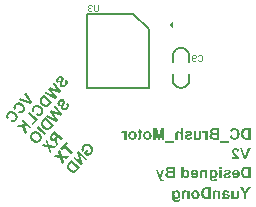
<source format=gbo>
G04*
G04 #@! TF.GenerationSoftware,Altium Limited,Altium Designer,20.0.13 (296)*
G04*
G04 Layer_Color=32896*
%FSLAX24Y24*%
%MOIN*%
G70*
G01*
G75*
%ADD10C,0.0079*%
%ADD16C,0.0039*%
G36*
X43744Y21184D02*
X43632Y21296D01*
X43744Y21407D01*
Y21184D01*
D01*
D02*
G37*
G36*
X43873Y15771D02*
X43882Y15770D01*
X43890Y15768D01*
X43898Y15766D01*
X43912Y15760D01*
X43918Y15757D01*
X43924Y15753D01*
X43929Y15750D01*
X43934Y15746D01*
X43937Y15744D01*
X43941Y15741D01*
X43943Y15738D01*
X43945Y15737D01*
X43946Y15735D01*
X43947Y15735D01*
X43953Y15728D01*
X43958Y15720D01*
X43962Y15711D01*
X43966Y15703D01*
X43969Y15695D01*
X43971Y15686D01*
X43975Y15668D01*
X43977Y15661D01*
X43978Y15653D01*
X43978Y15646D01*
X43979Y15641D01*
X43979Y15636D01*
Y15633D01*
Y15630D01*
Y15630D01*
X43979Y15620D01*
X43978Y15610D01*
X43976Y15592D01*
X43973Y15584D01*
X43971Y15577D01*
X43969Y15569D01*
X43967Y15563D01*
X43965Y15557D01*
X43962Y15553D01*
X43960Y15548D01*
X43958Y15544D01*
X43956Y15542D01*
X43955Y15539D01*
X43954Y15538D01*
Y15538D01*
X43948Y15530D01*
X43941Y15523D01*
X43934Y15517D01*
X43927Y15511D01*
X43920Y15507D01*
X43912Y15503D01*
X43905Y15500D01*
X43899Y15497D01*
X43892Y15495D01*
X43886Y15494D01*
X43881Y15493D01*
X43876Y15492D01*
X43872D01*
X43869Y15491D01*
X43867D01*
X43858Y15492D01*
X43849Y15494D01*
X43841Y15496D01*
X43833Y15498D01*
X43819Y15506D01*
X43813Y15509D01*
X43807Y15514D01*
X43803Y15518D01*
X43798Y15521D01*
X43794Y15525D01*
X43791Y15529D01*
X43788Y15532D01*
X43787Y15534D01*
X43786Y15535D01*
X43785Y15536D01*
Y15496D01*
Y15488D01*
X43786Y15480D01*
X43786Y15475D01*
X43787Y15471D01*
X43788Y15467D01*
X43788Y15465D01*
X43789Y15464D01*
Y15463D01*
X43791Y15459D01*
X43793Y15455D01*
X43795Y15452D01*
X43798Y15449D01*
X43800Y15447D01*
X43801Y15446D01*
X43803Y15445D01*
X43803Y15444D01*
X43809Y15442D01*
X43816Y15440D01*
X43823Y15438D01*
X43830Y15437D01*
X43836Y15436D01*
X43841Y15436D01*
X43846D01*
X43853Y15436D01*
X43860Y15437D01*
X43865Y15438D01*
X43870Y15440D01*
X43874Y15441D01*
X43876Y15443D01*
X43877Y15443D01*
X43878Y15444D01*
X43881Y15446D01*
X43883Y15449D01*
X43886Y15456D01*
X43886Y15459D01*
X43887Y15461D01*
X43887Y15463D01*
Y15464D01*
X43970Y15473D01*
X43971Y15470D01*
Y15467D01*
Y15465D01*
Y15465D01*
X43970Y15458D01*
X43970Y15452D01*
X43966Y15440D01*
X43961Y15429D01*
X43956Y15420D01*
X43951Y15413D01*
X43946Y15408D01*
X43943Y15405D01*
X43942Y15405D01*
X43942Y15404D01*
X43936Y15400D01*
X43929Y15396D01*
X43922Y15393D01*
X43914Y15390D01*
X43898Y15386D01*
X43881Y15383D01*
X43874Y15382D01*
X43866Y15381D01*
X43860Y15381D01*
X43854D01*
X43849Y15380D01*
X43843D01*
X43830Y15381D01*
X43818Y15381D01*
X43807Y15383D01*
X43798Y15384D01*
X43791Y15385D01*
X43786Y15387D01*
X43783Y15388D01*
X43782Y15388D01*
X43773Y15391D01*
X43765Y15395D01*
X43759Y15399D01*
X43753Y15402D01*
X43750Y15405D01*
X43746Y15407D01*
X43744Y15409D01*
X43744Y15409D01*
X43738Y15415D01*
X43734Y15421D01*
X43730Y15428D01*
X43727Y15434D01*
X43724Y15439D01*
X43722Y15443D01*
X43721Y15446D01*
X43721Y15447D01*
X43719Y15452D01*
X43718Y15457D01*
X43716Y15468D01*
X43715Y15480D01*
X43714Y15492D01*
X43713Y15503D01*
X43712Y15507D01*
Y15512D01*
Y15515D01*
Y15517D01*
Y15519D01*
Y15519D01*
Y15765D01*
X43780D01*
Y15726D01*
X43787Y15734D01*
X43793Y15741D01*
X43800Y15747D01*
X43807Y15752D01*
X43815Y15757D01*
X43822Y15761D01*
X43828Y15763D01*
X43835Y15766D01*
X43841Y15768D01*
X43846Y15769D01*
X43852Y15770D01*
X43855Y15771D01*
X43859D01*
X43862Y15771D01*
X43864D01*
X43873Y15771D01*
D02*
G37*
G36*
X46181Y15650D02*
Y15491D01*
X46105D01*
Y15650D01*
X45967Y15869D01*
X46055D01*
X46142Y15720D01*
X46231Y15869D01*
X46320D01*
X46181Y15650D01*
D02*
G37*
G36*
X45518Y15770D02*
X45527Y15770D01*
X45534Y15768D01*
X45542Y15767D01*
X45549Y15765D01*
X45555Y15763D01*
X45560Y15762D01*
X45564Y15760D01*
X45569Y15758D01*
X45572Y15756D01*
X45575Y15755D01*
X45578Y15753D01*
X45579Y15753D01*
X45580Y15752D01*
X45580D01*
X45590Y15744D01*
X45597Y15734D01*
X45604Y15725D01*
X45609Y15715D01*
X45613Y15707D01*
X45615Y15703D01*
X45616Y15699D01*
X45617Y15697D01*
X45617Y15695D01*
X45618Y15693D01*
Y15693D01*
X45553Y15681D01*
X45550Y15687D01*
X45548Y15693D01*
X45545Y15698D01*
X45542Y15702D01*
X45539Y15704D01*
X45537Y15706D01*
X45536Y15707D01*
X45536Y15708D01*
X45531Y15710D01*
X45526Y15713D01*
X45521Y15714D01*
X45516Y15715D01*
X45511Y15715D01*
X45508Y15716D01*
X45505D01*
X45495Y15715D01*
X45487Y15714D01*
X45480Y15713D01*
X45475Y15711D01*
X45471Y15709D01*
X45468Y15708D01*
X45467Y15707D01*
X45466Y15707D01*
X45462Y15703D01*
X45460Y15698D01*
X45458Y15693D01*
X45456Y15688D01*
X45456Y15684D01*
X45455Y15680D01*
Y15678D01*
Y15676D01*
Y15669D01*
X45459Y15668D01*
X45464Y15666D01*
X45474Y15663D01*
X45486Y15660D01*
X45498Y15657D01*
X45509Y15655D01*
X45514Y15654D01*
X45518Y15653D01*
X45521Y15652D01*
X45524Y15652D01*
X45526Y15651D01*
X45526D01*
X45539Y15649D01*
X45551Y15646D01*
X45561Y15643D01*
X45569Y15640D01*
X45576Y15638D01*
X45580Y15636D01*
X45583Y15635D01*
X45584Y15634D01*
X45591Y15631D01*
X45597Y15626D01*
X45603Y15621D01*
X45606Y15617D01*
X45610Y15613D01*
X45613Y15610D01*
X45614Y15608D01*
X45615Y15607D01*
X45619Y15599D01*
X45621Y15592D01*
X45623Y15586D01*
X45624Y15579D01*
X45625Y15574D01*
X45626Y15569D01*
Y15567D01*
Y15566D01*
X45625Y15559D01*
X45625Y15553D01*
X45622Y15542D01*
X45618Y15532D01*
X45614Y15524D01*
X45609Y15517D01*
X45605Y15512D01*
X45603Y15509D01*
X45602Y15508D01*
Y15508D01*
X45592Y15500D01*
X45581Y15495D01*
X45570Y15491D01*
X45559Y15488D01*
X45550Y15486D01*
X45545Y15486D01*
X45542D01*
X45539Y15485D01*
X45535D01*
X45526Y15486D01*
X45518Y15487D01*
X45510Y15488D01*
X45503Y15490D01*
X45498Y15491D01*
X45493Y15493D01*
X45491Y15494D01*
X45490Y15494D01*
X45482Y15498D01*
X45474Y15502D01*
X45468Y15507D01*
X45462Y15511D01*
X45457Y15515D01*
X45453Y15518D01*
X45451Y15520D01*
X45450Y15521D01*
X45449Y15519D01*
X45448Y15516D01*
X45448Y15514D01*
X45447Y15513D01*
Y15513D01*
X45445Y15508D01*
X45444Y15503D01*
X45443Y15500D01*
X45442Y15497D01*
X45441Y15495D01*
X45441Y15492D01*
X45440Y15492D01*
Y15491D01*
X45368D01*
X45372Y15498D01*
X45374Y15505D01*
X45377Y15511D01*
X45379Y15517D01*
X45380Y15521D01*
X45381Y15525D01*
X45382Y15527D01*
Y15527D01*
X45383Y15535D01*
X45383Y15543D01*
X45384Y15552D01*
Y15561D01*
X45385Y15568D01*
Y15575D01*
Y15578D01*
Y15579D01*
Y15580D01*
Y15581D01*
X45384Y15666D01*
Y15674D01*
X45384Y15682D01*
X45385Y15689D01*
X45385Y15696D01*
X45386Y15702D01*
X45387Y15707D01*
X45388Y15712D01*
X45389Y15716D01*
X45390Y15720D01*
X45390Y15722D01*
X45392Y15727D01*
X45393Y15729D01*
X45394Y15731D01*
X45398Y15737D01*
X45403Y15743D01*
X45408Y15747D01*
X45414Y15752D01*
X45419Y15755D01*
X45424Y15757D01*
X45426Y15759D01*
X45427Y15759D01*
X45427D01*
X45432Y15762D01*
X45437Y15763D01*
X45449Y15767D01*
X45461Y15769D01*
X45472Y15770D01*
X45483Y15771D01*
X45487D01*
X45491Y15771D01*
X45509D01*
X45518Y15770D01*
D02*
G37*
G36*
X45930Y15592D02*
X45930Y15578D01*
X45929Y15566D01*
X45927Y15556D01*
X45925Y15547D01*
X45924Y15540D01*
X45922Y15535D01*
X45921Y15532D01*
X45920Y15531D01*
X45916Y15524D01*
X45911Y15517D01*
X45906Y15511D01*
X45901Y15506D01*
X45896Y15502D01*
X45892Y15500D01*
X45890Y15498D01*
X45889Y15497D01*
X45881Y15494D01*
X45872Y15490D01*
X45864Y15488D01*
X45855Y15487D01*
X45849Y15486D01*
X45844Y15485D01*
X45839D01*
X45829Y15486D01*
X45820Y15487D01*
X45811Y15489D01*
X45804Y15491D01*
X45797Y15494D01*
X45792Y15496D01*
X45789Y15497D01*
X45788Y15497D01*
X45779Y15502D01*
X45771Y15508D01*
X45764Y15514D01*
X45759Y15520D01*
X45754Y15525D01*
X45751Y15529D01*
X45748Y15531D01*
X45748Y15532D01*
Y15491D01*
X45681D01*
Y15765D01*
X45753D01*
Y15650D01*
Y15639D01*
Y15630D01*
X45754Y15621D01*
X45754Y15614D01*
Y15607D01*
X45755Y15601D01*
X45756Y15596D01*
X45756Y15591D01*
X45757Y15587D01*
X45757Y15584D01*
X45758Y15581D01*
Y15579D01*
X45759Y15577D01*
Y15576D01*
X45761Y15571D01*
X45764Y15566D01*
X45768Y15562D01*
X45771Y15558D01*
X45774Y15555D01*
X45777Y15553D01*
X45778Y15551D01*
X45779Y15551D01*
X45785Y15548D01*
X45791Y15545D01*
X45796Y15543D01*
X45801Y15542D01*
X45806Y15542D01*
X45809Y15541D01*
X45812D01*
X45818Y15542D01*
X45823Y15542D01*
X45828Y15543D01*
X45832Y15545D01*
X45835Y15546D01*
X45837Y15547D01*
X45839Y15548D01*
X45840Y15548D01*
X45843Y15551D01*
X45846Y15555D01*
X45849Y15558D01*
X45851Y15561D01*
X45852Y15565D01*
X45853Y15567D01*
X45854Y15568D01*
Y15569D01*
X45854Y15572D01*
X45855Y15575D01*
X45855Y15580D01*
X45856Y15585D01*
X45857Y15597D01*
X45857Y15609D01*
X45858Y15621D01*
Y15626D01*
Y15630D01*
Y15634D01*
Y15637D01*
Y15639D01*
Y15639D01*
Y15765D01*
X45930D01*
Y15592D01*
D02*
G37*
G36*
X45166Y15771D02*
X45176Y15769D01*
X45184Y15767D01*
X45193Y15764D01*
X45201Y15761D01*
X45208Y15757D01*
X45216Y15752D01*
X45222Y15749D01*
X45227Y15744D01*
X45232Y15740D01*
X45236Y15736D01*
X45240Y15732D01*
X45242Y15729D01*
X45244Y15727D01*
X45246Y15726D01*
X45246Y15725D01*
Y15765D01*
X45313D01*
Y15491D01*
X45241D01*
Y15615D01*
Y15623D01*
Y15631D01*
X45240Y15638D01*
X45240Y15644D01*
Y15650D01*
X45239Y15655D01*
X45238Y15660D01*
X45238Y15663D01*
X45237Y15670D01*
X45236Y15674D01*
X45235Y15677D01*
Y15678D01*
X45233Y15684D01*
X45230Y15690D01*
X45226Y15694D01*
X45223Y15698D01*
X45220Y15701D01*
X45217Y15704D01*
X45216Y15705D01*
X45215Y15705D01*
X45209Y15709D01*
X45203Y15711D01*
X45198Y15713D01*
X45192Y15715D01*
X45188Y15715D01*
X45184Y15716D01*
X45181D01*
X45176Y15715D01*
X45171Y15715D01*
X45167Y15714D01*
X45163Y15712D01*
X45160Y15710D01*
X45158Y15709D01*
X45157Y15709D01*
X45156Y15708D01*
X45152Y15705D01*
X45149Y15702D01*
X45145Y15696D01*
X45143Y15692D01*
X45142Y15690D01*
X45141Y15688D01*
Y15688D01*
X45140Y15685D01*
X45139Y15682D01*
X45138Y15674D01*
X45137Y15664D01*
X45136Y15655D01*
X45136Y15645D01*
Y15642D01*
Y15638D01*
Y15635D01*
Y15633D01*
Y15631D01*
Y15631D01*
Y15491D01*
X45063D01*
Y15661D01*
Y15673D01*
X45064Y15682D01*
X45064Y15691D01*
X45065Y15697D01*
X45066Y15703D01*
X45067Y15707D01*
X45068Y15709D01*
Y15710D01*
X45069Y15716D01*
X45071Y15722D01*
X45074Y15727D01*
X45076Y15732D01*
X45079Y15735D01*
X45080Y15738D01*
X45081Y15740D01*
X45082Y15740D01*
X45086Y15745D01*
X45091Y15750D01*
X45096Y15753D01*
X45101Y15757D01*
X45105Y15759D01*
X45109Y15761D01*
X45111Y15762D01*
X45112Y15763D01*
X45120Y15765D01*
X45128Y15768D01*
X45135Y15769D01*
X45141Y15770D01*
X45147Y15771D01*
X45152Y15771D01*
X45156D01*
X45166Y15771D01*
D02*
G37*
G36*
X44989Y15491D02*
X44846D01*
X44831Y15492D01*
X44818Y15492D01*
X44806Y15494D01*
X44797Y15495D01*
X44789Y15497D01*
X44783Y15498D01*
X44781Y15498D01*
X44780D01*
X44779Y15499D01*
X44779D01*
X44767Y15503D01*
X44756Y15508D01*
X44747Y15513D01*
X44739Y15518D01*
X44733Y15523D01*
X44729Y15526D01*
X44726Y15528D01*
X44725Y15529D01*
X44716Y15539D01*
X44708Y15550D01*
X44701Y15562D01*
X44695Y15572D01*
X44691Y15582D01*
X44689Y15586D01*
X44688Y15589D01*
X44686Y15592D01*
X44685Y15595D01*
X44685Y15596D01*
Y15596D01*
X44681Y15609D01*
X44678Y15623D01*
X44676Y15636D01*
X44674Y15649D01*
X44674Y15655D01*
X44673Y15660D01*
Y15664D01*
X44673Y15669D01*
Y15672D01*
Y15674D01*
Y15676D01*
Y15676D01*
X44673Y15696D01*
X44675Y15713D01*
X44676Y15721D01*
X44677Y15728D01*
X44678Y15735D01*
X44679Y15741D01*
X44680Y15746D01*
X44682Y15751D01*
X44683Y15756D01*
X44683Y15759D01*
X44684Y15762D01*
X44685Y15764D01*
X44685Y15765D01*
Y15765D01*
X44690Y15779D01*
X44696Y15791D01*
X44702Y15801D01*
X44708Y15810D01*
X44713Y15817D01*
X44718Y15822D01*
X44720Y15826D01*
X44721Y15827D01*
X44721D01*
X44731Y15835D01*
X44740Y15842D01*
X44750Y15848D01*
X44759Y15853D01*
X44766Y15857D01*
X44773Y15860D01*
X44775Y15860D01*
X44777Y15861D01*
X44778Y15862D01*
X44778D01*
X44789Y15864D01*
X44800Y15866D01*
X44812Y15868D01*
X44824Y15868D01*
X44834Y15869D01*
X44838Y15869D01*
X44989D01*
Y15491D01*
D02*
G37*
G36*
X44139Y15771D02*
X44149Y15769D01*
X44158Y15767D01*
X44167Y15764D01*
X44175Y15761D01*
X44182Y15757D01*
X44189Y15752D01*
X44195Y15749D01*
X44201Y15744D01*
X44205Y15740D01*
X44210Y15736D01*
X44213Y15732D01*
X44216Y15729D01*
X44218Y15727D01*
X44219Y15726D01*
X44220Y15725D01*
Y15765D01*
X44287D01*
Y15491D01*
X44214D01*
Y15615D01*
Y15623D01*
Y15631D01*
X44214Y15638D01*
X44213Y15644D01*
Y15650D01*
X44213Y15655D01*
X44212Y15660D01*
X44211Y15663D01*
X44210Y15670D01*
X44210Y15674D01*
X44209Y15677D01*
Y15678D01*
X44207Y15684D01*
X44203Y15690D01*
X44200Y15694D01*
X44197Y15698D01*
X44193Y15701D01*
X44191Y15704D01*
X44189Y15705D01*
X44189Y15705D01*
X44183Y15709D01*
X44177Y15711D01*
X44171Y15713D01*
X44166Y15715D01*
X44161Y15715D01*
X44158Y15716D01*
X44155D01*
X44149Y15715D01*
X44144Y15715D01*
X44140Y15714D01*
X44137Y15712D01*
X44133Y15710D01*
X44131Y15709D01*
X44130Y15709D01*
X44130Y15708D01*
X44126Y15705D01*
X44123Y15702D01*
X44118Y15696D01*
X44116Y15692D01*
X44115Y15690D01*
X44114Y15688D01*
Y15688D01*
X44113Y15685D01*
X44113Y15682D01*
X44112Y15674D01*
X44110Y15664D01*
X44110Y15655D01*
X44109Y15645D01*
Y15642D01*
Y15638D01*
Y15635D01*
Y15633D01*
Y15631D01*
Y15631D01*
Y15491D01*
X44037D01*
Y15661D01*
Y15673D01*
X44037Y15682D01*
X44038Y15691D01*
X44039Y15697D01*
X44039Y15703D01*
X44041Y15707D01*
X44041Y15709D01*
Y15710D01*
X44043Y15716D01*
X44045Y15722D01*
X44047Y15727D01*
X44050Y15732D01*
X44052Y15735D01*
X44054Y15738D01*
X44055Y15740D01*
X44055Y15740D01*
X44060Y15745D01*
X44065Y15750D01*
X44070Y15753D01*
X44074Y15757D01*
X44079Y15759D01*
X44083Y15761D01*
X44085Y15762D01*
X44086Y15763D01*
X44094Y15765D01*
X44101Y15768D01*
X44108Y15769D01*
X44115Y15770D01*
X44121Y15771D01*
X44126Y15771D01*
X44130D01*
X44139Y15771D01*
D02*
G37*
G36*
X44499D02*
X44513Y15769D01*
X44525Y15766D01*
X44536Y15763D01*
X44541Y15761D01*
X44545Y15759D01*
X44549Y15758D01*
X44552Y15756D01*
X44554Y15755D01*
X44556Y15754D01*
X44557Y15753D01*
X44558D01*
X44569Y15746D01*
X44579Y15738D01*
X44588Y15729D01*
X44595Y15721D01*
X44600Y15713D01*
X44605Y15707D01*
X44606Y15705D01*
X44607Y15703D01*
X44608Y15702D01*
Y15702D01*
X44614Y15689D01*
X44618Y15676D01*
X44621Y15665D01*
X44623Y15655D01*
X44624Y15645D01*
X44625Y15642D01*
Y15638D01*
X44625Y15636D01*
Y15634D01*
Y15633D01*
Y15632D01*
X44625Y15615D01*
X44623Y15599D01*
X44620Y15586D01*
X44618Y15580D01*
X44617Y15574D01*
X44615Y15569D01*
X44613Y15565D01*
X44612Y15561D01*
X44611Y15558D01*
X44610Y15555D01*
X44608Y15554D01*
X44608Y15553D01*
Y15552D01*
X44600Y15541D01*
X44592Y15531D01*
X44583Y15522D01*
X44575Y15515D01*
X44567Y15509D01*
X44561Y15506D01*
X44559Y15504D01*
X44558Y15503D01*
X44557Y15502D01*
X44556D01*
X44543Y15497D01*
X44530Y15492D01*
X44518Y15490D01*
X44507Y15488D01*
X44498Y15486D01*
X44494Y15486D01*
X44490D01*
X44488Y15485D01*
X44484D01*
X44472Y15486D01*
X44462Y15487D01*
X44452Y15489D01*
X44442Y15492D01*
X44433Y15495D01*
X44425Y15498D01*
X44417Y15502D01*
X44410Y15506D01*
X44404Y15509D01*
X44399Y15513D01*
X44394Y15517D01*
X44390Y15519D01*
X44387Y15522D01*
X44385Y15524D01*
X44383Y15525D01*
X44383Y15526D01*
X44376Y15534D01*
X44370Y15542D01*
X44364Y15550D01*
X44359Y15559D01*
X44356Y15568D01*
X44352Y15577D01*
X44350Y15585D01*
X44347Y15593D01*
X44346Y15600D01*
X44345Y15607D01*
X44344Y15613D01*
X44343Y15619D01*
X44343Y15623D01*
Y15626D01*
Y15628D01*
Y15629D01*
X44343Y15640D01*
X44344Y15651D01*
X44346Y15661D01*
X44349Y15671D01*
X44352Y15680D01*
X44355Y15688D01*
X44359Y15696D01*
X44362Y15703D01*
X44366Y15709D01*
X44370Y15715D01*
X44373Y15720D01*
X44376Y15724D01*
X44379Y15727D01*
X44381Y15729D01*
X44382Y15731D01*
X44382Y15731D01*
X44390Y15738D01*
X44398Y15744D01*
X44406Y15750D01*
X44415Y15755D01*
X44424Y15758D01*
X44432Y15762D01*
X44440Y15764D01*
X44448Y15767D01*
X44456Y15768D01*
X44463Y15769D01*
X44469Y15770D01*
X44474Y15771D01*
X44478Y15771D01*
X44484D01*
X44499Y15771D01*
D02*
G37*
G36*
X45352Y16492D02*
X45279D01*
Y16559D01*
X45352D01*
Y16492D01*
D02*
G37*
G36*
X45115Y16461D02*
X45123Y16460D01*
X45131Y16458D01*
X45140Y16456D01*
X45153Y16450D01*
X45160Y16447D01*
X45165Y16443D01*
X45171Y16440D01*
X45175Y16436D01*
X45179Y16434D01*
X45182Y16431D01*
X45185Y16428D01*
X45187Y16427D01*
X45188Y16425D01*
X45188Y16425D01*
X45194Y16418D01*
X45199Y16410D01*
X45204Y16401D01*
X45207Y16393D01*
X45210Y16385D01*
X45213Y16376D01*
X45217Y16358D01*
X45218Y16351D01*
X45219Y16343D01*
X45220Y16336D01*
X45220Y16331D01*
X45221Y16326D01*
Y16323D01*
Y16320D01*
Y16320D01*
X45220Y16310D01*
X45220Y16300D01*
X45217Y16282D01*
X45215Y16274D01*
X45213Y16267D01*
X45211Y16259D01*
X45208Y16253D01*
X45206Y16247D01*
X45204Y16243D01*
X45202Y16238D01*
X45200Y16234D01*
X45198Y16232D01*
X45197Y16229D01*
X45196Y16228D01*
Y16228D01*
X45189Y16220D01*
X45183Y16213D01*
X45176Y16207D01*
X45169Y16201D01*
X45162Y16197D01*
X45154Y16193D01*
X45147Y16190D01*
X45140Y16187D01*
X45134Y16185D01*
X45128Y16184D01*
X45122Y16183D01*
X45118Y16182D01*
X45114D01*
X45111Y16181D01*
X45109D01*
X45099Y16182D01*
X45091Y16184D01*
X45082Y16186D01*
X45075Y16188D01*
X45061Y16196D01*
X45054Y16199D01*
X45049Y16204D01*
X45044Y16208D01*
X45039Y16211D01*
X45035Y16215D01*
X45033Y16219D01*
X45030Y16222D01*
X45028Y16224D01*
X45027Y16225D01*
X45027Y16226D01*
Y16186D01*
Y16178D01*
X45027Y16170D01*
X45028Y16165D01*
X45028Y16161D01*
X45029Y16157D01*
X45030Y16155D01*
X45030Y16154D01*
Y16153D01*
X45033Y16149D01*
X45035Y16145D01*
X45037Y16142D01*
X45039Y16139D01*
X45041Y16137D01*
X45043Y16136D01*
X45044Y16135D01*
X45045Y16134D01*
X45051Y16132D01*
X45057Y16130D01*
X45064Y16128D01*
X45071Y16127D01*
X45077Y16126D01*
X45082Y16126D01*
X45087D01*
X45095Y16126D01*
X45101Y16127D01*
X45107Y16128D01*
X45111Y16130D01*
X45115Y16131D01*
X45117Y16133D01*
X45119Y16133D01*
X45119Y16134D01*
X45122Y16136D01*
X45124Y16139D01*
X45127Y16146D01*
X45128Y16149D01*
X45128Y16151D01*
X45129Y16153D01*
Y16154D01*
X45212Y16163D01*
X45212Y16160D01*
Y16157D01*
Y16155D01*
Y16155D01*
X45212Y16148D01*
X45211Y16142D01*
X45208Y16130D01*
X45203Y16119D01*
X45198Y16110D01*
X45193Y16103D01*
X45188Y16098D01*
X45184Y16095D01*
X45184Y16095D01*
X45183Y16094D01*
X45177Y16090D01*
X45171Y16086D01*
X45163Y16083D01*
X45156Y16080D01*
X45139Y16076D01*
X45123Y16073D01*
X45115Y16072D01*
X45108Y16071D01*
X45101Y16071D01*
X45096D01*
X45091Y16070D01*
X45085D01*
X45071Y16071D01*
X45059Y16071D01*
X45049Y16073D01*
X45040Y16074D01*
X45033Y16075D01*
X45028Y16077D01*
X45024Y16078D01*
X45023Y16078D01*
X45015Y16081D01*
X45007Y16085D01*
X45000Y16089D01*
X44995Y16092D01*
X44991Y16095D01*
X44988Y16097D01*
X44986Y16099D01*
X44985Y16099D01*
X44980Y16105D01*
X44975Y16111D01*
X44971Y16118D01*
X44968Y16124D01*
X44966Y16129D01*
X44964Y16133D01*
X44963Y16136D01*
X44962Y16137D01*
X44961Y16142D01*
X44959Y16147D01*
X44957Y16158D01*
X44956Y16170D01*
X44955Y16182D01*
X44955Y16193D01*
X44954Y16197D01*
Y16202D01*
Y16205D01*
Y16207D01*
Y16209D01*
Y16209D01*
Y16455D01*
X45022D01*
Y16416D01*
X45028Y16424D01*
X45035Y16431D01*
X45042Y16437D01*
X45049Y16442D01*
X45056Y16447D01*
X45063Y16451D01*
X45070Y16453D01*
X45076Y16456D01*
X45082Y16458D01*
X45088Y16459D01*
X45093Y16460D01*
X45097Y16461D01*
X45101D01*
X45104Y16461D01*
X45106D01*
X45115Y16461D01*
D02*
G37*
G36*
X43346Y16181D02*
X43348Y16173D01*
X43351Y16166D01*
X43354Y16159D01*
X43357Y16154D01*
X43360Y16149D01*
X43362Y16146D01*
X43364Y16144D01*
X43364Y16143D01*
X43369Y16138D01*
X43375Y16134D01*
X43381Y16132D01*
X43387Y16130D01*
X43392Y16129D01*
X43397Y16128D01*
X43401D01*
X43412Y16128D01*
X43417Y16129D01*
X43421Y16130D01*
X43426Y16131D01*
X43429Y16131D01*
X43431Y16132D01*
X43432D01*
X43425Y16075D01*
X43410Y16072D01*
X43404Y16071D01*
X43397Y16071D01*
X43392D01*
X43388Y16070D01*
X43377D01*
X43370Y16071D01*
X43364Y16072D01*
X43359Y16073D01*
X43354Y16073D01*
X43350Y16074D01*
X43348Y16075D01*
X43348D01*
X43342Y16077D01*
X43336Y16079D01*
X43332Y16081D01*
X43328Y16083D01*
X43325Y16084D01*
X43323Y16086D01*
X43321Y16086D01*
X43320Y16087D01*
X43312Y16093D01*
X43306Y16100D01*
X43304Y16103D01*
X43302Y16105D01*
X43301Y16107D01*
X43301Y16108D01*
X43297Y16113D01*
X43294Y16119D01*
X43291Y16125D01*
X43288Y16131D01*
X43286Y16136D01*
X43284Y16140D01*
X43283Y16143D01*
X43282Y16144D01*
X43265Y16191D01*
X43168Y16455D01*
X43243D01*
X43307Y16261D01*
X43372Y16455D01*
X43449D01*
X43346Y16181D01*
D02*
G37*
G36*
X45845Y16461D02*
X45854Y16460D01*
X45864Y16458D01*
X45872Y16455D01*
X45880Y16453D01*
X45887Y16449D01*
X45894Y16446D01*
X45900Y16442D01*
X45906Y16439D01*
X45911Y16435D01*
X45915Y16431D01*
X45918Y16429D01*
X45921Y16427D01*
X45923Y16424D01*
X45924Y16423D01*
X45925Y16423D01*
X45931Y16415D01*
X45936Y16407D01*
X45941Y16399D01*
X45946Y16390D01*
X45949Y16381D01*
X45952Y16372D01*
X45956Y16355D01*
X45958Y16347D01*
X45959Y16340D01*
X45959Y16333D01*
X45960Y16328D01*
X45960Y16323D01*
Y16319D01*
Y16317D01*
Y16316D01*
X45960Y16306D01*
X45959Y16295D01*
X45958Y16286D01*
X45956Y16277D01*
X45954Y16269D01*
X45952Y16261D01*
X45949Y16254D01*
X45947Y16247D01*
X45944Y16241D01*
X45942Y16237D01*
X45940Y16232D01*
X45938Y16228D01*
X45936Y16226D01*
X45935Y16223D01*
X45934Y16222D01*
X45934Y16222D01*
X45926Y16214D01*
X45919Y16207D01*
X45911Y16200D01*
X45902Y16195D01*
X45894Y16191D01*
X45885Y16187D01*
X45876Y16184D01*
X45867Y16181D01*
X45860Y16179D01*
X45852Y16178D01*
X45845Y16177D01*
X45839Y16176D01*
X45834D01*
X45831Y16175D01*
X45828D01*
X45812Y16176D01*
X45797Y16179D01*
X45785Y16182D01*
X45774Y16186D01*
X45769Y16188D01*
X45765Y16190D01*
X45761Y16191D01*
X45758Y16193D01*
X45756Y16194D01*
X45754Y16195D01*
X45753Y16196D01*
X45753D01*
X45742Y16205D01*
X45733Y16214D01*
X45726Y16225D01*
X45720Y16234D01*
X45715Y16243D01*
X45713Y16247D01*
X45711Y16250D01*
X45710Y16253D01*
X45709Y16255D01*
X45709Y16256D01*
Y16257D01*
X45781Y16269D01*
X45783Y16262D01*
X45786Y16255D01*
X45789Y16250D01*
X45792Y16246D01*
X45794Y16243D01*
X45797Y16240D01*
X45798Y16239D01*
X45799Y16239D01*
X45803Y16235D01*
X45808Y16233D01*
X45813Y16232D01*
X45817Y16231D01*
X45821Y16230D01*
X45824Y16229D01*
X45827D01*
X45836Y16230D01*
X45844Y16232D01*
X45852Y16235D01*
X45858Y16238D01*
X45863Y16241D01*
X45866Y16244D01*
X45869Y16246D01*
X45869Y16247D01*
X45875Y16254D01*
X45878Y16262D01*
X45882Y16271D01*
X45884Y16279D01*
X45885Y16286D01*
X45886Y16292D01*
X45886Y16294D01*
Y16295D01*
Y16297D01*
Y16297D01*
X45705D01*
Y16312D01*
X45706Y16326D01*
X45708Y16339D01*
X45710Y16351D01*
X45712Y16363D01*
X45715Y16372D01*
X45718Y16382D01*
X45722Y16390D01*
X45725Y16397D01*
X45728Y16404D01*
X45731Y16409D01*
X45734Y16413D01*
X45736Y16416D01*
X45738Y16419D01*
X45739Y16420D01*
X45739Y16421D01*
X45746Y16428D01*
X45753Y16434D01*
X45761Y16440D01*
X45769Y16444D01*
X45777Y16448D01*
X45785Y16452D01*
X45793Y16454D01*
X45800Y16457D01*
X45807Y16458D01*
X45814Y16459D01*
X45820Y16460D01*
X45825Y16461D01*
X45829Y16461D01*
X45835D01*
X45845Y16461D01*
D02*
G37*
G36*
X44465D02*
X44475Y16460D01*
X44484Y16458D01*
X44492Y16455D01*
X44500Y16453D01*
X44507Y16449D01*
X44514Y16446D01*
X44521Y16442D01*
X44526Y16439D01*
X44531Y16435D01*
X44535Y16431D01*
X44539Y16429D01*
X44541Y16427D01*
X44543Y16424D01*
X44545Y16423D01*
X44545Y16423D01*
X44551Y16415D01*
X44557Y16407D01*
X44561Y16399D01*
X44566Y16390D01*
X44569Y16381D01*
X44572Y16372D01*
X44576Y16355D01*
X44578Y16347D01*
X44579Y16340D01*
X44579Y16333D01*
X44580Y16328D01*
X44581Y16323D01*
Y16319D01*
Y16317D01*
Y16316D01*
X44580Y16306D01*
X44579Y16295D01*
X44578Y16286D01*
X44576Y16277D01*
X44575Y16269D01*
X44572Y16261D01*
X44570Y16254D01*
X44567Y16247D01*
X44565Y16241D01*
X44562Y16237D01*
X44560Y16232D01*
X44558Y16228D01*
X44556Y16226D01*
X44555Y16223D01*
X44554Y16222D01*
X44554Y16222D01*
X44547Y16214D01*
X44540Y16207D01*
X44531Y16200D01*
X44523Y16195D01*
X44514Y16191D01*
X44505Y16187D01*
X44496Y16184D01*
X44488Y16181D01*
X44480Y16179D01*
X44472Y16178D01*
X44465Y16177D01*
X44459Y16176D01*
X44454D01*
X44451Y16175D01*
X44448D01*
X44432Y16176D01*
X44417Y16179D01*
X44405Y16182D01*
X44394Y16186D01*
X44389Y16188D01*
X44385Y16190D01*
X44381Y16191D01*
X44379Y16193D01*
X44376Y16194D01*
X44374Y16195D01*
X44374Y16196D01*
X44373D01*
X44363Y16205D01*
X44353Y16214D01*
X44346Y16225D01*
X44340Y16234D01*
X44335Y16243D01*
X44333Y16247D01*
X44332Y16250D01*
X44331Y16253D01*
X44329Y16255D01*
X44329Y16256D01*
Y16257D01*
X44401Y16269D01*
X44404Y16262D01*
X44406Y16255D01*
X44409Y16250D01*
X44412Y16246D01*
X44415Y16243D01*
X44417Y16240D01*
X44418Y16239D01*
X44419Y16239D01*
X44423Y16235D01*
X44428Y16233D01*
X44433Y16232D01*
X44438Y16231D01*
X44441Y16230D01*
X44445Y16229D01*
X44447D01*
X44456Y16230D01*
X44464Y16232D01*
X44472Y16235D01*
X44478Y16238D01*
X44483Y16241D01*
X44486Y16244D01*
X44489Y16246D01*
X44489Y16247D01*
X44495Y16254D01*
X44499Y16262D01*
X44502Y16271D01*
X44504Y16279D01*
X44505Y16286D01*
X44506Y16292D01*
X44506Y16294D01*
Y16295D01*
Y16297D01*
Y16297D01*
X44325D01*
Y16312D01*
X44326Y16326D01*
X44328Y16339D01*
X44330Y16351D01*
X44333Y16363D01*
X44335Y16372D01*
X44339Y16382D01*
X44342Y16390D01*
X44345Y16397D01*
X44349Y16404D01*
X44351Y16409D01*
X44354Y16413D01*
X44356Y16416D01*
X44358Y16419D01*
X44359Y16420D01*
X44359Y16421D01*
X44366Y16428D01*
X44374Y16434D01*
X44381Y16440D01*
X44389Y16444D01*
X44397Y16448D01*
X44405Y16452D01*
X44413Y16454D01*
X44421Y16457D01*
X44428Y16458D01*
X44434Y16459D01*
X44440Y16460D01*
X44445Y16461D01*
X44450Y16461D01*
X44456D01*
X44465Y16461D01*
D02*
G37*
G36*
X46320Y16181D02*
X46177D01*
X46162Y16182D01*
X46148Y16182D01*
X46137Y16184D01*
X46127Y16185D01*
X46120Y16187D01*
X46114Y16188D01*
X46112Y16188D01*
X46110D01*
X46110Y16189D01*
X46109D01*
X46097Y16193D01*
X46086Y16198D01*
X46078Y16203D01*
X46070Y16208D01*
X46064Y16213D01*
X46060Y16216D01*
X46057Y16218D01*
X46056Y16219D01*
X46047Y16229D01*
X46038Y16240D01*
X46031Y16252D01*
X46026Y16262D01*
X46021Y16272D01*
X46019Y16276D01*
X46018Y16279D01*
X46017Y16282D01*
X46016Y16285D01*
X46015Y16286D01*
Y16286D01*
X46012Y16299D01*
X46008Y16313D01*
X46006Y16326D01*
X46005Y16339D01*
X46005Y16345D01*
X46004Y16350D01*
Y16354D01*
X46003Y16359D01*
Y16362D01*
Y16364D01*
Y16366D01*
Y16366D01*
X46004Y16386D01*
X46006Y16403D01*
X46006Y16411D01*
X46007Y16418D01*
X46008Y16425D01*
X46009Y16431D01*
X46011Y16436D01*
X46012Y16441D01*
X46013Y16446D01*
X46014Y16449D01*
X46015Y16452D01*
X46015Y16454D01*
X46016Y16455D01*
Y16455D01*
X46021Y16469D01*
X46027Y16481D01*
X46033Y16491D01*
X46039Y16500D01*
X46044Y16507D01*
X46048Y16512D01*
X46051Y16516D01*
X46051Y16517D01*
X46052D01*
X46061Y16525D01*
X46071Y16532D01*
X46080Y16538D01*
X46089Y16543D01*
X46097Y16547D01*
X46103Y16550D01*
X46106Y16550D01*
X46107Y16551D01*
X46108Y16552D01*
X46109D01*
X46119Y16554D01*
X46131Y16556D01*
X46143Y16558D01*
X46154Y16558D01*
X46165Y16559D01*
X46169Y16559D01*
X46320D01*
Y16181D01*
D02*
G37*
G36*
X45352D02*
X45279D01*
Y16455D01*
X45352D01*
Y16181D01*
D02*
G37*
G36*
X44736Y16461D02*
X44745Y16459D01*
X44754Y16457D01*
X44763Y16454D01*
X44771Y16451D01*
X44778Y16447D01*
X44785Y16442D01*
X44791Y16439D01*
X44797Y16434D01*
X44802Y16430D01*
X44806Y16426D01*
X44809Y16422D01*
X44812Y16419D01*
X44814Y16417D01*
X44815Y16416D01*
X44816Y16415D01*
Y16455D01*
X44883D01*
Y16181D01*
X44810D01*
Y16305D01*
Y16313D01*
Y16321D01*
X44810Y16328D01*
X44809Y16334D01*
Y16340D01*
X44809Y16345D01*
X44808Y16350D01*
X44808Y16353D01*
X44807Y16360D01*
X44806Y16364D01*
X44805Y16367D01*
Y16368D01*
X44803Y16374D01*
X44800Y16380D01*
X44796Y16384D01*
X44793Y16388D01*
X44790Y16391D01*
X44787Y16394D01*
X44785Y16395D01*
X44785Y16395D01*
X44779Y16399D01*
X44773Y16401D01*
X44767Y16403D01*
X44762Y16405D01*
X44757Y16405D01*
X44754Y16406D01*
X44751D01*
X44745Y16405D01*
X44741Y16405D01*
X44737Y16404D01*
X44733Y16402D01*
X44730Y16400D01*
X44727Y16399D01*
X44726Y16399D01*
X44726Y16398D01*
X44722Y16395D01*
X44719Y16392D01*
X44714Y16386D01*
X44713Y16382D01*
X44712Y16380D01*
X44711Y16378D01*
Y16378D01*
X44709Y16375D01*
X44709Y16372D01*
X44708Y16364D01*
X44707Y16354D01*
X44706Y16345D01*
X44706Y16335D01*
Y16332D01*
Y16328D01*
Y16325D01*
Y16323D01*
Y16321D01*
Y16321D01*
Y16181D01*
X44633D01*
Y16351D01*
Y16363D01*
X44634Y16372D01*
X44634Y16381D01*
X44635Y16387D01*
X44636Y16393D01*
X44637Y16397D01*
X44637Y16399D01*
Y16400D01*
X44639Y16406D01*
X44641Y16412D01*
X44643Y16417D01*
X44646Y16422D01*
X44648Y16425D01*
X44650Y16428D01*
X44651Y16430D01*
X44652Y16430D01*
X44656Y16435D01*
X44661Y16440D01*
X44666Y16443D01*
X44671Y16447D01*
X44675Y16449D01*
X44679Y16451D01*
X44681Y16452D01*
X44682Y16453D01*
X44690Y16455D01*
X44697Y16458D01*
X44705Y16459D01*
X44711Y16460D01*
X44717Y16461D01*
X44722Y16461D01*
X44726D01*
X44736Y16461D01*
D02*
G37*
G36*
X43795Y16181D02*
X43632D01*
X43622Y16182D01*
X43606D01*
X43599Y16182D01*
X43589D01*
X43585Y16183D01*
X43580D01*
X43578Y16184D01*
X43575D01*
X43564Y16185D01*
X43555Y16188D01*
X43546Y16191D01*
X43538Y16194D01*
X43532Y16197D01*
X43528Y16199D01*
X43525Y16201D01*
X43524Y16202D01*
X43516Y16208D01*
X43510Y16214D01*
X43504Y16220D01*
X43500Y16227D01*
X43496Y16232D01*
X43493Y16237D01*
X43492Y16239D01*
X43491Y16240D01*
X43487Y16250D01*
X43484Y16258D01*
X43482Y16267D01*
X43481Y16275D01*
X43480Y16281D01*
X43479Y16286D01*
Y16289D01*
Y16290D01*
Y16291D01*
X43480Y16303D01*
X43482Y16314D01*
X43485Y16323D01*
X43489Y16332D01*
X43492Y16338D01*
X43495Y16343D01*
X43497Y16346D01*
X43498Y16347D01*
X43505Y16356D01*
X43514Y16363D01*
X43523Y16369D01*
X43531Y16374D01*
X43539Y16377D01*
X43545Y16380D01*
X43548Y16381D01*
X43549Y16381D01*
X43550Y16382D01*
X43551D01*
X43542Y16387D01*
X43534Y16392D01*
X43528Y16398D01*
X43522Y16403D01*
X43519Y16407D01*
X43515Y16411D01*
X43513Y16414D01*
X43513Y16415D01*
X43508Y16424D01*
X43504Y16432D01*
X43502Y16440D01*
X43499Y16448D01*
X43498Y16454D01*
X43498Y16459D01*
Y16463D01*
Y16463D01*
Y16464D01*
X43498Y16472D01*
X43499Y16481D01*
X43502Y16488D01*
X43504Y16495D01*
X43506Y16500D01*
X43508Y16505D01*
X43509Y16507D01*
X43510Y16508D01*
X43514Y16515D01*
X43519Y16521D01*
X43524Y16526D01*
X43528Y16531D01*
X43533Y16535D01*
X43536Y16537D01*
X43538Y16539D01*
X43539Y16540D01*
X43545Y16544D01*
X43552Y16547D01*
X43559Y16550D01*
X43565Y16552D01*
X43570Y16554D01*
X43574Y16555D01*
X43577Y16555D01*
X43578D01*
X43587Y16556D01*
X43598Y16558D01*
X43609Y16558D01*
X43620Y16559D01*
X43629Y16559D01*
X43795D01*
Y16181D01*
D02*
G37*
G36*
X45567Y16460D02*
X45576Y16459D01*
X45585Y16458D01*
X45592Y16456D01*
X45599Y16454D01*
X45606Y16452D01*
X45612Y16449D01*
X45617Y16447D01*
X45621Y16445D01*
X45625Y16442D01*
X45628Y16441D01*
X45631Y16439D01*
X45632Y16438D01*
X45633Y16437D01*
X45633Y16437D01*
X45638Y16433D01*
X45643Y16428D01*
X45646Y16423D01*
X45649Y16417D01*
X45655Y16407D01*
X45658Y16398D01*
X45659Y16390D01*
X45660Y16386D01*
X45661Y16383D01*
X45661Y16381D01*
Y16379D01*
Y16378D01*
Y16377D01*
X45661Y16370D01*
X45659Y16364D01*
X45658Y16357D01*
X45656Y16351D01*
X45651Y16341D01*
X45645Y16332D01*
X45639Y16325D01*
X45634Y16320D01*
X45632Y16318D01*
X45631Y16317D01*
X45629Y16316D01*
X45629Y16316D01*
X45624Y16313D01*
X45617Y16310D01*
X45610Y16306D01*
X45602Y16304D01*
X45593Y16300D01*
X45584Y16298D01*
X45564Y16292D01*
X45555Y16289D01*
X45546Y16287D01*
X45539Y16285D01*
X45532Y16283D01*
X45526Y16282D01*
X45521Y16281D01*
X45519Y16280D01*
X45518D01*
X45511Y16279D01*
X45506Y16277D01*
X45502Y16275D01*
X45498Y16274D01*
X45496Y16273D01*
X45495Y16272D01*
X45493Y16271D01*
X45490Y16267D01*
X45489Y16262D01*
X45488Y16259D01*
Y16258D01*
Y16257D01*
X45489Y16253D01*
X45490Y16249D01*
X45491Y16246D01*
X45493Y16243D01*
X45495Y16241D01*
X45496Y16239D01*
X45497Y16238D01*
X45498Y16238D01*
X45504Y16234D01*
X45510Y16232D01*
X45518Y16230D01*
X45524Y16229D01*
X45530Y16228D01*
X45536Y16228D01*
X45540D01*
X45549Y16228D01*
X45557Y16229D01*
X45564Y16231D01*
X45569Y16233D01*
X45574Y16235D01*
X45577Y16237D01*
X45579Y16238D01*
X45580Y16238D01*
X45585Y16243D01*
X45588Y16248D01*
X45592Y16253D01*
X45594Y16258D01*
X45596Y16263D01*
X45597Y16267D01*
X45598Y16269D01*
Y16270D01*
X45671Y16259D01*
X45666Y16246D01*
X45660Y16233D01*
X45653Y16223D01*
X45646Y16214D01*
X45640Y16207D01*
X45634Y16202D01*
X45632Y16200D01*
X45631Y16199D01*
X45629Y16198D01*
X45629Y16198D01*
X45622Y16194D01*
X45616Y16190D01*
X45601Y16185D01*
X45586Y16181D01*
X45572Y16178D01*
X45566Y16177D01*
X45560Y16176D01*
X45554Y16176D01*
X45549D01*
X45545Y16175D01*
X45540D01*
X45529Y16176D01*
X45519Y16176D01*
X45509Y16178D01*
X45499Y16180D01*
X45491Y16181D01*
X45484Y16184D01*
X45477Y16186D01*
X45471Y16189D01*
X45465Y16191D01*
X45460Y16194D01*
X45456Y16196D01*
X45453Y16198D01*
X45450Y16200D01*
X45449Y16201D01*
X45448Y16202D01*
X45447Y16202D01*
X45442Y16208D01*
X45437Y16213D01*
X45432Y16219D01*
X45429Y16224D01*
X45426Y16229D01*
X45423Y16235D01*
X45419Y16245D01*
X45417Y16254D01*
X45416Y16258D01*
X45416Y16261D01*
X45415Y16263D01*
Y16265D01*
Y16267D01*
Y16267D01*
X45416Y16279D01*
X45419Y16290D01*
X45423Y16299D01*
X45427Y16307D01*
X45431Y16313D01*
X45435Y16317D01*
X45437Y16320D01*
X45438Y16321D01*
X45443Y16324D01*
X45448Y16328D01*
X45454Y16330D01*
X45461Y16334D01*
X45474Y16339D01*
X45487Y16344D01*
X45499Y16348D01*
X45505Y16349D01*
X45510Y16351D01*
X45514Y16352D01*
X45516Y16352D01*
X45519Y16353D01*
X45519D01*
X45530Y16356D01*
X45539Y16358D01*
X45547Y16360D01*
X45554Y16362D01*
X45561Y16364D01*
X45566Y16365D01*
X45570Y16367D01*
X45575Y16368D01*
X45578Y16370D01*
X45581Y16371D01*
X45583Y16371D01*
X45584Y16372D01*
X45586Y16373D01*
X45587Y16374D01*
X45589Y16376D01*
X45591Y16378D01*
X45593Y16382D01*
X45594Y16386D01*
Y16386D01*
Y16387D01*
X45593Y16390D01*
X45593Y16393D01*
X45590Y16398D01*
X45587Y16400D01*
X45586Y16401D01*
X45586D01*
X45580Y16404D01*
X45574Y16406D01*
X45568Y16407D01*
X45561Y16409D01*
X45555Y16409D01*
X45550Y16410D01*
X45545D01*
X45537Y16409D01*
X45530Y16409D01*
X45524Y16407D01*
X45519Y16405D01*
X45515Y16404D01*
X45512Y16403D01*
X45510Y16401D01*
X45510Y16401D01*
X45505Y16398D01*
X45502Y16394D01*
X45499Y16390D01*
X45497Y16386D01*
X45495Y16382D01*
X45494Y16380D01*
X45493Y16377D01*
Y16377D01*
X45425Y16389D01*
X45429Y16402D01*
X45435Y16413D01*
X45441Y16422D01*
X45448Y16429D01*
X45453Y16435D01*
X45458Y16440D01*
X45461Y16442D01*
X45462Y16443D01*
X45462D01*
X45468Y16446D01*
X45474Y16449D01*
X45487Y16454D01*
X45501Y16457D01*
X45514Y16459D01*
X45521Y16460D01*
X45527Y16460D01*
X45532Y16461D01*
X45537Y16461D01*
X45557D01*
X45567Y16460D01*
D02*
G37*
G36*
X44087Y16423D02*
X44094Y16430D01*
X44100Y16436D01*
X44107Y16441D01*
X44114Y16446D01*
X44120Y16449D01*
X44127Y16452D01*
X44133Y16455D01*
X44139Y16457D01*
X44145Y16458D01*
X44150Y16459D01*
X44155Y16460D01*
X44159Y16461D01*
X44162Y16461D01*
X44167D01*
X44176Y16461D01*
X44185Y16460D01*
X44193Y16458D01*
X44201Y16456D01*
X44215Y16450D01*
X44221Y16447D01*
X44227Y16443D01*
X44232Y16440D01*
X44237Y16436D01*
X44240Y16434D01*
X44244Y16431D01*
X44246Y16428D01*
X44248Y16427D01*
X44249Y16425D01*
X44250Y16425D01*
X44255Y16418D01*
X44260Y16410D01*
X44264Y16402D01*
X44268Y16393D01*
X44272Y16385D01*
X44274Y16376D01*
X44278Y16358D01*
X44279Y16351D01*
X44280Y16343D01*
X44281Y16336D01*
X44281Y16330D01*
X44282Y16326D01*
Y16322D01*
Y16320D01*
Y16319D01*
X44281Y16306D01*
X44280Y16295D01*
X44279Y16284D01*
X44276Y16274D01*
X44274Y16264D01*
X44272Y16256D01*
X44268Y16248D01*
X44265Y16241D01*
X44262Y16234D01*
X44259Y16229D01*
X44256Y16224D01*
X44254Y16220D01*
X44252Y16217D01*
X44250Y16215D01*
X44249Y16214D01*
X44249Y16213D01*
X44242Y16207D01*
X44236Y16200D01*
X44228Y16196D01*
X44222Y16191D01*
X44215Y16187D01*
X44208Y16185D01*
X44202Y16182D01*
X44196Y16180D01*
X44190Y16179D01*
X44184Y16178D01*
X44180Y16176D01*
X44175Y16176D01*
X44172Y16175D01*
X44168D01*
X44159Y16176D01*
X44151Y16177D01*
X44143Y16179D01*
X44136Y16181D01*
X44130Y16183D01*
X44125Y16185D01*
X44122Y16186D01*
X44121Y16186D01*
X44113Y16191D01*
X44106Y16197D01*
X44098Y16203D01*
X44093Y16208D01*
X44088Y16213D01*
X44084Y16217D01*
X44082Y16220D01*
X44082Y16221D01*
Y16181D01*
X44014D01*
Y16559D01*
X44087D01*
Y16423D01*
D02*
G37*
G36*
X45830Y17179D02*
X45839Y17179D01*
X45855Y17176D01*
X45870Y17172D01*
X45876Y17170D01*
X45882Y17167D01*
X45888Y17165D01*
X45892Y17162D01*
X45896Y17160D01*
X45900Y17158D01*
X45902Y17156D01*
X45904Y17155D01*
X45905Y17154D01*
X45906Y17154D01*
X45912Y17148D01*
X45917Y17143D01*
X45922Y17136D01*
X45926Y17129D01*
X45933Y17115D01*
X45938Y17101D01*
X45940Y17094D01*
X45942Y17088D01*
X45943Y17083D01*
X45944Y17078D01*
X45945Y17074D01*
Y17071D01*
X45946Y17069D01*
Y17068D01*
X45873Y17061D01*
X45872Y17072D01*
X45870Y17081D01*
X45868Y17089D01*
X45865Y17095D01*
X45863Y17100D01*
X45861Y17104D01*
X45859Y17106D01*
X45859Y17106D01*
X45853Y17111D01*
X45847Y17114D01*
X45841Y17117D01*
X45835Y17118D01*
X45830Y17119D01*
X45826Y17120D01*
X45822D01*
X45814Y17119D01*
X45807Y17118D01*
X45801Y17116D01*
X45795Y17113D01*
X45792Y17111D01*
X45788Y17109D01*
X45787Y17107D01*
X45786Y17107D01*
X45782Y17101D01*
X45778Y17095D01*
X45776Y17089D01*
X45775Y17083D01*
X45774Y17078D01*
X45773Y17073D01*
Y17070D01*
Y17070D01*
Y17069D01*
X45774Y17061D01*
X45775Y17053D01*
X45778Y17046D01*
X45781Y17039D01*
X45783Y17033D01*
X45786Y17029D01*
X45788Y17026D01*
X45788Y17025D01*
X45791Y17022D01*
X45794Y17018D01*
X45798Y17013D01*
X45803Y17009D01*
X45812Y16998D01*
X45822Y16988D01*
X45832Y16978D01*
X45836Y16974D01*
X45841Y16970D01*
X45844Y16967D01*
X45846Y16965D01*
X45848Y16963D01*
X45848Y16963D01*
X45859Y16952D01*
X45869Y16943D01*
X45878Y16933D01*
X45887Y16925D01*
X45894Y16917D01*
X45901Y16909D01*
X45907Y16903D01*
X45912Y16896D01*
X45916Y16891D01*
X45920Y16886D01*
X45923Y16882D01*
X45925Y16878D01*
X45928Y16876D01*
X45929Y16874D01*
X45930Y16873D01*
Y16872D01*
X45937Y16860D01*
X45942Y16846D01*
X45947Y16834D01*
X45950Y16823D01*
X45952Y16814D01*
X45953Y16810D01*
X45953Y16807D01*
X45954Y16804D01*
X45954Y16802D01*
Y16801D01*
Y16800D01*
X45700D01*
Y16867D01*
X45845D01*
X45840Y16874D01*
X45835Y16880D01*
X45833Y16883D01*
X45831Y16885D01*
X45830Y16886D01*
X45830Y16887D01*
X45828Y16889D01*
X45825Y16892D01*
X45819Y16898D01*
X45812Y16905D01*
X45805Y16912D01*
X45798Y16918D01*
X45792Y16924D01*
X45789Y16926D01*
X45788Y16928D01*
X45787Y16928D01*
X45786Y16929D01*
X45774Y16940D01*
X45764Y16950D01*
X45756Y16958D01*
X45750Y16965D01*
X45745Y16970D01*
X45741Y16974D01*
X45739Y16977D01*
X45739Y16977D01*
X45732Y16987D01*
X45726Y16995D01*
X45721Y17004D01*
X45717Y17011D01*
X45714Y17017D01*
X45711Y17022D01*
X45710Y17024D01*
X45710Y17026D01*
X45706Y17034D01*
X45704Y17043D01*
X45703Y17051D01*
X45702Y17059D01*
X45701Y17065D01*
X45700Y17070D01*
Y17073D01*
Y17074D01*
X45701Y17082D01*
X45702Y17090D01*
X45703Y17098D01*
X45705Y17105D01*
X45711Y17118D01*
X45716Y17129D01*
X45720Y17134D01*
X45722Y17137D01*
X45725Y17141D01*
X45728Y17144D01*
X45730Y17146D01*
X45731Y17148D01*
X45732Y17149D01*
X45733Y17149D01*
X45739Y17155D01*
X45746Y17160D01*
X45752Y17164D01*
X45760Y17167D01*
X45774Y17172D01*
X45788Y17176D01*
X45795Y17177D01*
X45801Y17178D01*
X45806Y17179D01*
X45811Y17179D01*
X45815Y17180D01*
X45821D01*
X45830Y17179D01*
D02*
G37*
G36*
X46184Y16800D02*
X46102D01*
X45967Y17178D01*
X46049D01*
X46141Y16898D01*
X46237Y17178D01*
X46320D01*
X46184Y16800D01*
D02*
G37*
G36*
X44062Y17464D02*
X43990D01*
Y17601D01*
X43989Y17613D01*
X43989Y17624D01*
X43988Y17633D01*
X43987Y17640D01*
X43985Y17646D01*
X43984Y17650D01*
X43983Y17653D01*
Y17653D01*
X43981Y17659D01*
X43977Y17665D01*
X43974Y17669D01*
X43970Y17673D01*
X43967Y17676D01*
X43965Y17678D01*
X43963Y17679D01*
X43962Y17679D01*
X43957Y17683D01*
X43952Y17685D01*
X43946Y17687D01*
X43941Y17688D01*
X43937Y17688D01*
X43934Y17689D01*
X43930D01*
X43925Y17688D01*
X43919Y17688D01*
X43915Y17687D01*
X43911Y17685D01*
X43908Y17684D01*
X43906Y17683D01*
X43905Y17682D01*
X43904Y17682D01*
X43900Y17679D01*
X43898Y17676D01*
X43893Y17670D01*
X43892Y17667D01*
X43890Y17665D01*
X43889Y17664D01*
Y17663D01*
X43889Y17660D01*
X43888Y17658D01*
X43887Y17650D01*
X43886Y17641D01*
X43886Y17631D01*
X43885Y17623D01*
Y17619D01*
Y17616D01*
Y17612D01*
Y17610D01*
Y17609D01*
Y17608D01*
Y17464D01*
X43812D01*
Y17625D01*
Y17638D01*
X43813Y17649D01*
X43813Y17658D01*
X43814Y17666D01*
X43815Y17671D01*
X43816Y17676D01*
X43816Y17678D01*
Y17679D01*
X43818Y17685D01*
X43820Y17691D01*
X43822Y17697D01*
X43825Y17702D01*
X43827Y17706D01*
X43829Y17708D01*
X43830Y17711D01*
X43830Y17711D01*
X43835Y17716D01*
X43840Y17721D01*
X43845Y17725D01*
X43849Y17728D01*
X43854Y17731D01*
X43858Y17733D01*
X43860Y17734D01*
X43861Y17735D01*
X43869Y17738D01*
X43877Y17740D01*
X43884Y17742D01*
X43891Y17743D01*
X43897Y17744D01*
X43902Y17744D01*
X43906D01*
X43915Y17744D01*
X43924Y17743D01*
X43932Y17741D01*
X43940Y17738D01*
X43954Y17731D01*
X43960Y17727D01*
X43966Y17724D01*
X43971Y17719D01*
X43976Y17715D01*
X43980Y17712D01*
X43984Y17709D01*
X43986Y17706D01*
X43988Y17704D01*
X43989Y17703D01*
X43990Y17702D01*
Y17842D01*
X44062D01*
Y17464D01*
D02*
G37*
G36*
X43445Y17464D02*
X43375D01*
Y17761D01*
X43301Y17464D01*
X43227D01*
X43153Y17761D01*
X43152Y17464D01*
X43082D01*
Y17842D01*
X43196D01*
X43264Y17584D01*
X43331Y17842D01*
X43445D01*
Y17464D01*
D02*
G37*
G36*
X45790Y17849D02*
X45804Y17847D01*
X45817Y17844D01*
X45829Y17841D01*
X45840Y17837D01*
X45851Y17833D01*
X45860Y17828D01*
X45869Y17823D01*
X45877Y17818D01*
X45884Y17813D01*
X45890Y17809D01*
X45895Y17805D01*
X45899Y17802D01*
X45901Y17799D01*
X45903Y17797D01*
X45904Y17797D01*
X45912Y17786D01*
X45919Y17776D01*
X45926Y17764D01*
X45931Y17752D01*
X45936Y17739D01*
X45940Y17727D01*
X45943Y17715D01*
X45946Y17704D01*
X45948Y17693D01*
X45949Y17683D01*
X45950Y17673D01*
X45952Y17666D01*
Y17659D01*
X45952Y17654D01*
Y17651D01*
Y17650D01*
Y17650D01*
X45952Y17634D01*
X45950Y17618D01*
X45948Y17604D01*
X45944Y17590D01*
X45941Y17578D01*
X45937Y17566D01*
X45932Y17555D01*
X45928Y17546D01*
X45924Y17537D01*
X45919Y17530D01*
X45915Y17524D01*
X45912Y17518D01*
X45908Y17515D01*
X45906Y17511D01*
X45905Y17510D01*
X45904Y17509D01*
X45895Y17500D01*
X45885Y17492D01*
X45875Y17485D01*
X45864Y17480D01*
X45854Y17475D01*
X45843Y17470D01*
X45834Y17467D01*
X45824Y17464D01*
X45815Y17462D01*
X45807Y17460D01*
X45799Y17459D01*
X45793Y17459D01*
X45788Y17458D01*
X45784Y17458D01*
X45781D01*
X45769Y17458D01*
X45759Y17459D01*
X45748Y17460D01*
X45739Y17463D01*
X45730Y17465D01*
X45722Y17467D01*
X45715Y17470D01*
X45708Y17473D01*
X45702Y17476D01*
X45696Y17478D01*
X45691Y17481D01*
X45687Y17483D01*
X45684Y17485D01*
X45682Y17487D01*
X45681Y17487D01*
X45680Y17488D01*
X45673Y17494D01*
X45667Y17500D01*
X45655Y17515D01*
X45645Y17530D01*
X45637Y17545D01*
X45634Y17552D01*
X45631Y17559D01*
X45629Y17565D01*
X45627Y17570D01*
X45625Y17574D01*
X45624Y17577D01*
X45623Y17579D01*
Y17580D01*
X45698Y17603D01*
X45702Y17588D01*
X45707Y17576D01*
X45712Y17565D01*
X45717Y17557D01*
X45722Y17550D01*
X45726Y17546D01*
X45728Y17543D01*
X45729Y17542D01*
X45738Y17535D01*
X45747Y17531D01*
X45756Y17528D01*
X45763Y17525D01*
X45770Y17524D01*
X45776Y17523D01*
X45778Y17523D01*
X45781D01*
X45789Y17523D01*
X45796Y17524D01*
X45809Y17528D01*
X45821Y17532D01*
X45830Y17538D01*
X45837Y17543D01*
X45843Y17548D01*
X45845Y17550D01*
X45847Y17552D01*
X45847Y17552D01*
X45848Y17553D01*
X45852Y17559D01*
X45856Y17566D01*
X45860Y17573D01*
X45863Y17582D01*
X45867Y17599D01*
X45870Y17616D01*
X45871Y17624D01*
X45872Y17631D01*
X45873Y17638D01*
Y17644D01*
X45873Y17648D01*
Y17652D01*
Y17655D01*
Y17655D01*
X45873Y17668D01*
X45872Y17679D01*
X45871Y17690D01*
X45870Y17700D01*
X45867Y17708D01*
X45865Y17717D01*
X45863Y17724D01*
X45860Y17730D01*
X45858Y17736D01*
X45856Y17741D01*
X45854Y17744D01*
X45852Y17748D01*
X45850Y17750D01*
X45849Y17752D01*
X45848Y17753D01*
Y17754D01*
X45843Y17759D01*
X45837Y17764D01*
X45832Y17768D01*
X45826Y17771D01*
X45815Y17777D01*
X45804Y17780D01*
X45794Y17783D01*
X45790Y17783D01*
X45787Y17784D01*
X45783Y17784D01*
X45780D01*
X45769Y17784D01*
X45759Y17782D01*
X45750Y17779D01*
X45742Y17776D01*
X45736Y17772D01*
X45732Y17770D01*
X45729Y17767D01*
X45728Y17767D01*
X45721Y17760D01*
X45715Y17753D01*
X45710Y17745D01*
X45706Y17737D01*
X45703Y17731D01*
X45702Y17726D01*
X45700Y17724D01*
Y17722D01*
X45700Y17721D01*
Y17721D01*
X45625Y17739D01*
X45630Y17755D01*
X45636Y17768D01*
X45643Y17780D01*
X45649Y17790D01*
X45655Y17798D01*
X45657Y17801D01*
X45659Y17804D01*
X45661Y17806D01*
X45662Y17807D01*
X45663Y17808D01*
X45663D01*
X45671Y17815D01*
X45681Y17822D01*
X45689Y17827D01*
X45699Y17832D01*
X45709Y17836D01*
X45718Y17839D01*
X45727Y17842D01*
X45736Y17844D01*
X45744Y17846D01*
X45752Y17847D01*
X45758Y17848D01*
X45764Y17849D01*
X45769Y17849D01*
X45776D01*
X45790Y17849D01*
D02*
G37*
G36*
X42679Y17793D02*
Y17738D01*
X42712D01*
Y17680D01*
X42679D01*
Y17561D01*
Y17554D01*
Y17548D01*
Y17542D01*
X42678Y17537D01*
Y17528D01*
X42678Y17521D01*
X42677Y17516D01*
Y17512D01*
X42677Y17510D01*
Y17510D01*
X42676Y17504D01*
X42674Y17498D01*
X42672Y17493D01*
X42671Y17489D01*
X42669Y17486D01*
X42668Y17484D01*
X42667Y17482D01*
X42667Y17482D01*
X42664Y17478D01*
X42660Y17475D01*
X42652Y17469D01*
X42649Y17468D01*
X42646Y17466D01*
X42644Y17465D01*
X42643Y17465D01*
X42637Y17463D01*
X42631Y17461D01*
X42625Y17460D01*
X42620Y17459D01*
X42615Y17459D01*
X42611Y17458D01*
X42608D01*
X42596Y17459D01*
X42585Y17460D01*
X42576Y17462D01*
X42567Y17464D01*
X42560Y17465D01*
X42555Y17467D01*
X42552Y17468D01*
X42551Y17469D01*
X42551D01*
X42557Y17525D01*
X42564Y17523D01*
X42570Y17521D01*
X42575Y17520D01*
X42579Y17519D01*
X42582Y17519D01*
X42584Y17518D01*
X42587D01*
X42591Y17519D01*
X42595Y17520D01*
X42597Y17521D01*
X42599Y17522D01*
X42602Y17525D01*
X42604Y17528D01*
X42605Y17530D01*
X42605Y17531D01*
Y17532D01*
X42606Y17534D01*
Y17539D01*
Y17546D01*
X42606Y17552D01*
Y17559D01*
Y17564D01*
Y17566D01*
Y17568D01*
Y17569D01*
Y17570D01*
Y17680D01*
X42557D01*
Y17738D01*
X42606D01*
Y17836D01*
X42679Y17793D01*
D02*
G37*
G36*
X44679Y17565D02*
X44679Y17551D01*
X44678Y17539D01*
X44676Y17529D01*
X44674Y17520D01*
X44673Y17513D01*
X44671Y17508D01*
X44670Y17505D01*
X44670Y17504D01*
X44665Y17497D01*
X44660Y17489D01*
X44655Y17484D01*
X44650Y17479D01*
X44646Y17475D01*
X44641Y17472D01*
X44639Y17471D01*
X44638Y17470D01*
X44630Y17466D01*
X44621Y17463D01*
X44613Y17461D01*
X44605Y17460D01*
X44598Y17459D01*
X44593Y17458D01*
X44588D01*
X44578Y17459D01*
X44569Y17460D01*
X44560Y17462D01*
X44553Y17464D01*
X44546Y17466D01*
X44541Y17469D01*
X44538Y17470D01*
X44537Y17470D01*
X44528Y17475D01*
X44521Y17481D01*
X44513Y17487D01*
X44508Y17493D01*
X44503Y17498D01*
X44500Y17501D01*
X44498Y17504D01*
X44497Y17505D01*
Y17464D01*
X44430D01*
Y17738D01*
X44502D01*
Y17623D01*
Y17612D01*
Y17603D01*
X44503Y17594D01*
X44504Y17587D01*
Y17579D01*
X44504Y17573D01*
X44505Y17569D01*
X44505Y17564D01*
X44506Y17560D01*
X44506Y17557D01*
X44507Y17554D01*
Y17552D01*
X44508Y17549D01*
Y17549D01*
X44510Y17543D01*
X44513Y17539D01*
X44517Y17535D01*
X44520Y17531D01*
X44523Y17528D01*
X44526Y17525D01*
X44528Y17524D01*
X44528Y17524D01*
X44534Y17521D01*
X44540Y17518D01*
X44545Y17516D01*
X44551Y17515D01*
X44555Y17515D01*
X44558Y17514D01*
X44561D01*
X44567Y17515D01*
X44572Y17515D01*
X44577Y17516D01*
X44581Y17518D01*
X44584Y17519D01*
X44587Y17520D01*
X44588Y17521D01*
X44589Y17521D01*
X44593Y17524D01*
X44595Y17528D01*
X44598Y17531D01*
X44600Y17534D01*
X44601Y17537D01*
X44602Y17540D01*
X44603Y17541D01*
Y17542D01*
X44604Y17545D01*
X44604Y17548D01*
X44605Y17553D01*
X44605Y17558D01*
X44606Y17570D01*
X44606Y17582D01*
X44607Y17594D01*
Y17599D01*
Y17603D01*
Y17607D01*
Y17610D01*
Y17612D01*
Y17612D01*
Y17738D01*
X44679D01*
Y17565D01*
D02*
G37*
G36*
X46320Y17464D02*
X46177D01*
X46162Y17465D01*
X46148Y17465D01*
X46137Y17466D01*
X46127Y17468D01*
X46120Y17470D01*
X46114Y17471D01*
X46112Y17471D01*
X46110D01*
X46110Y17472D01*
X46109D01*
X46097Y17476D01*
X46086Y17481D01*
X46078Y17486D01*
X46070Y17491D01*
X46064Y17495D01*
X46060Y17499D01*
X46057Y17501D01*
X46056Y17502D01*
X46047Y17512D01*
X46038Y17523D01*
X46031Y17535D01*
X46026Y17545D01*
X46021Y17555D01*
X46019Y17559D01*
X46018Y17562D01*
X46017Y17565D01*
X46016Y17567D01*
X46015Y17569D01*
Y17569D01*
X46012Y17582D01*
X46008Y17596D01*
X46006Y17609D01*
X46005Y17622D01*
X46005Y17628D01*
X46004Y17633D01*
Y17637D01*
X46003Y17642D01*
Y17645D01*
Y17647D01*
Y17649D01*
Y17649D01*
X46004Y17668D01*
X46006Y17685D01*
X46006Y17694D01*
X46007Y17701D01*
X46008Y17708D01*
X46009Y17714D01*
X46011Y17719D01*
X46012Y17724D01*
X46013Y17729D01*
X46014Y17732D01*
X46015Y17735D01*
X46015Y17737D01*
X46016Y17738D01*
Y17738D01*
X46021Y17751D01*
X46027Y17763D01*
X46033Y17774D01*
X46039Y17783D01*
X46044Y17790D01*
X46048Y17795D01*
X46051Y17798D01*
X46051Y17800D01*
X46052D01*
X46061Y17808D01*
X46071Y17815D01*
X46080Y17821D01*
X46089Y17826D01*
X46097Y17830D01*
X46103Y17833D01*
X46106Y17833D01*
X46107Y17834D01*
X46108Y17834D01*
X46109D01*
X46119Y17837D01*
X46131Y17839D01*
X46143Y17840D01*
X46154Y17841D01*
X46165Y17842D01*
X46169Y17842D01*
X46320D01*
Y17464D01*
D02*
G37*
G36*
X45264D02*
X45100D01*
X45091Y17465D01*
X45074D01*
X45068Y17465D01*
X45057D01*
X45053Y17466D01*
X45048D01*
X45046Y17466D01*
X45044D01*
X45033Y17468D01*
X45023Y17471D01*
X45014Y17474D01*
X45006Y17477D01*
X45000Y17480D01*
X44996Y17482D01*
X44993Y17484D01*
X44992Y17484D01*
X44985Y17490D01*
X44979Y17497D01*
X44973Y17503D01*
X44968Y17510D01*
X44964Y17515D01*
X44962Y17519D01*
X44960Y17522D01*
X44959Y17523D01*
X44956Y17533D01*
X44952Y17541D01*
X44950Y17550D01*
X44949Y17558D01*
X44948Y17564D01*
X44947Y17569D01*
Y17572D01*
Y17573D01*
Y17573D01*
X44948Y17586D01*
X44950Y17596D01*
X44953Y17606D01*
X44957Y17614D01*
X44960Y17621D01*
X44963Y17626D01*
X44966Y17629D01*
X44966Y17630D01*
X44974Y17639D01*
X44982Y17646D01*
X44991Y17652D01*
X44999Y17656D01*
X45007Y17660D01*
X45014Y17663D01*
X45016Y17664D01*
X45017Y17664D01*
X45018Y17665D01*
X45019D01*
X45010Y17670D01*
X45003Y17674D01*
X44996Y17680D01*
X44991Y17685D01*
X44987Y17690D01*
X44984Y17694D01*
X44981Y17697D01*
X44981Y17698D01*
X44976Y17707D01*
X44972Y17715D01*
X44970Y17723D01*
X44968Y17731D01*
X44967Y17737D01*
X44966Y17742D01*
Y17745D01*
Y17746D01*
Y17747D01*
X44967Y17755D01*
X44968Y17764D01*
X44970Y17771D01*
X44972Y17778D01*
X44974Y17783D01*
X44976Y17788D01*
X44978Y17790D01*
X44978Y17791D01*
X44982Y17798D01*
X44987Y17804D01*
X44992Y17809D01*
X44997Y17814D01*
X45001Y17818D01*
X45004Y17820D01*
X45006Y17822D01*
X45007Y17822D01*
X45014Y17827D01*
X45021Y17830D01*
X45027Y17833D01*
X45033Y17835D01*
X45039Y17837D01*
X45042Y17838D01*
X45045Y17838D01*
X45046D01*
X45056Y17839D01*
X45066Y17840D01*
X45077Y17841D01*
X45088Y17842D01*
X45098Y17842D01*
X45264D01*
Y17464D01*
D02*
G37*
G36*
X44764Y17744D02*
X44769Y17743D01*
X44775Y17742D01*
X44779Y17740D01*
X44783Y17738D01*
X44786Y17737D01*
X44788Y17736D01*
X44789Y17736D01*
X44794Y17732D01*
X44799Y17726D01*
X44804Y17720D01*
X44809Y17714D01*
X44813Y17708D01*
X44816Y17703D01*
X44819Y17700D01*
X44819Y17700D01*
Y17738D01*
X44886D01*
Y17464D01*
X44814D01*
Y17548D01*
Y17561D01*
Y17572D01*
X44813Y17583D01*
X44813Y17592D01*
Y17601D01*
X44812Y17608D01*
X44812Y17615D01*
X44811Y17620D01*
X44810Y17625D01*
X44810Y17630D01*
X44809Y17633D01*
Y17636D01*
X44809Y17637D01*
X44808Y17639D01*
Y17640D01*
X44806Y17648D01*
X44803Y17654D01*
X44801Y17660D01*
X44798Y17664D01*
X44796Y17667D01*
X44794Y17669D01*
X44792Y17670D01*
X44792Y17671D01*
X44788Y17673D01*
X44783Y17676D01*
X44779Y17677D01*
X44775Y17678D01*
X44772Y17679D01*
X44768Y17679D01*
X44766D01*
X44760Y17679D01*
X44754Y17678D01*
X44749Y17676D01*
X44743Y17673D01*
X44739Y17671D01*
X44736Y17669D01*
X44733Y17668D01*
X44732Y17667D01*
X44709Y17730D01*
X44718Y17735D01*
X44726Y17738D01*
X44735Y17741D01*
X44742Y17743D01*
X44748Y17744D01*
X44753Y17744D01*
X44757D01*
X44764Y17744D01*
D02*
G37*
G36*
X42065Y17744D02*
X42070Y17743D01*
X42076Y17742D01*
X42080Y17740D01*
X42084Y17738D01*
X42087Y17737D01*
X42089Y17736D01*
X42089Y17736D01*
X42095Y17732D01*
X42100Y17726D01*
X42105Y17720D01*
X42109Y17714D01*
X42114Y17708D01*
X42117Y17703D01*
X42119Y17700D01*
X42120Y17700D01*
Y17738D01*
X42187D01*
Y17464D01*
X42114D01*
Y17548D01*
Y17561D01*
Y17572D01*
X42114Y17583D01*
X42113Y17592D01*
Y17601D01*
X42113Y17608D01*
X42112Y17615D01*
X42112Y17620D01*
X42111Y17625D01*
X42110Y17630D01*
X42110Y17633D01*
Y17636D01*
X42109Y17637D01*
X42109Y17639D01*
Y17640D01*
X42107Y17648D01*
X42104Y17654D01*
X42101Y17660D01*
X42098Y17664D01*
X42096Y17667D01*
X42094Y17669D01*
X42093Y17670D01*
X42092Y17671D01*
X42088Y17673D01*
X42084Y17676D01*
X42079Y17677D01*
X42076Y17678D01*
X42072Y17679D01*
X42069Y17679D01*
X42067D01*
X42061Y17679D01*
X42055Y17678D01*
X42049Y17676D01*
X42044Y17673D01*
X42039Y17671D01*
X42036Y17669D01*
X42033Y17668D01*
X42033Y17667D01*
X42010Y17730D01*
X42019Y17735D01*
X42027Y17738D01*
X42035Y17741D01*
X42043Y17743D01*
X42049Y17744D01*
X42054Y17744D01*
X42058D01*
X42065Y17744D01*
D02*
G37*
G36*
X44276Y17743D02*
X44286Y17742D01*
X44294Y17741D01*
X44302Y17739D01*
X44309Y17737D01*
X44316Y17735D01*
X44322Y17732D01*
X44327Y17730D01*
X44331Y17727D01*
X44335Y17725D01*
X44338Y17724D01*
X44340Y17722D01*
X44342Y17721D01*
X44343Y17720D01*
X44343Y17720D01*
X44348Y17715D01*
X44352Y17711D01*
X44356Y17706D01*
X44359Y17700D01*
X44364Y17690D01*
X44368Y17681D01*
X44369Y17673D01*
X44370Y17669D01*
X44370Y17666D01*
X44371Y17664D01*
Y17662D01*
Y17661D01*
Y17660D01*
X44370Y17653D01*
X44369Y17647D01*
X44368Y17640D01*
X44366Y17634D01*
X44361Y17624D01*
X44355Y17615D01*
X44349Y17608D01*
X44344Y17603D01*
X44341Y17601D01*
X44340Y17600D01*
X44339Y17599D01*
X44339Y17599D01*
X44334Y17596D01*
X44327Y17593D01*
X44320Y17589D01*
X44311Y17587D01*
X44303Y17583D01*
X44293Y17581D01*
X44274Y17575D01*
X44265Y17572D01*
X44256Y17570D01*
X44249Y17568D01*
X44241Y17566D01*
X44236Y17565D01*
X44231Y17564D01*
X44228Y17563D01*
X44227D01*
X44221Y17561D01*
X44216Y17560D01*
X44211Y17558D01*
X44208Y17557D01*
X44206Y17555D01*
X44204Y17555D01*
X44203Y17554D01*
X44200Y17549D01*
X44198Y17545D01*
X44198Y17542D01*
Y17541D01*
Y17540D01*
X44198Y17536D01*
X44199Y17532D01*
X44201Y17529D01*
X44203Y17526D01*
X44204Y17524D01*
X44206Y17522D01*
X44207Y17521D01*
X44208Y17521D01*
X44214Y17517D01*
X44220Y17515D01*
X44227Y17513D01*
X44234Y17512D01*
X44240Y17511D01*
X44245Y17511D01*
X44250D01*
X44259Y17511D01*
X44267Y17512D01*
X44274Y17514D01*
X44279Y17516D01*
X44284Y17518D01*
X44287Y17519D01*
X44289Y17521D01*
X44290Y17521D01*
X44294Y17525D01*
X44298Y17531D01*
X44302Y17536D01*
X44304Y17541D01*
X44306Y17546D01*
X44307Y17550D01*
X44308Y17552D01*
Y17553D01*
X44381Y17542D01*
X44376Y17529D01*
X44370Y17516D01*
X44363Y17506D01*
X44356Y17497D01*
X44350Y17490D01*
X44344Y17485D01*
X44342Y17483D01*
X44340Y17482D01*
X44339Y17481D01*
X44339Y17481D01*
X44332Y17477D01*
X44326Y17473D01*
X44311Y17468D01*
X44296Y17464D01*
X44282Y17461D01*
X44275Y17460D01*
X44269Y17459D01*
X44264Y17459D01*
X44259D01*
X44255Y17458D01*
X44250D01*
X44239Y17459D01*
X44228Y17459D01*
X44219Y17461D01*
X44209Y17463D01*
X44201Y17464D01*
X44193Y17467D01*
X44186Y17469D01*
X44180Y17472D01*
X44175Y17474D01*
X44170Y17477D01*
X44166Y17479D01*
X44163Y17481D01*
X44160Y17483D01*
X44159Y17484D01*
X44157Y17484D01*
X44157Y17485D01*
X44151Y17490D01*
X44146Y17496D01*
X44142Y17501D01*
X44138Y17507D01*
X44136Y17512D01*
X44133Y17518D01*
X44129Y17528D01*
X44127Y17537D01*
X44126Y17541D01*
X44126Y17543D01*
X44125Y17546D01*
Y17548D01*
Y17549D01*
Y17550D01*
X44126Y17562D01*
X44129Y17573D01*
X44132Y17582D01*
X44137Y17590D01*
X44141Y17596D01*
X44144Y17600D01*
X44147Y17602D01*
X44148Y17604D01*
X44153Y17607D01*
X44158Y17611D01*
X44164Y17613D01*
X44171Y17617D01*
X44184Y17622D01*
X44197Y17627D01*
X44209Y17631D01*
X44215Y17632D01*
X44220Y17634D01*
X44223Y17635D01*
X44226Y17635D01*
X44228Y17636D01*
X44229D01*
X44239Y17638D01*
X44249Y17641D01*
X44257Y17643D01*
X44264Y17645D01*
X44270Y17647D01*
X44276Y17648D01*
X44280Y17650D01*
X44285Y17651D01*
X44288Y17653D01*
X44291Y17654D01*
X44293Y17654D01*
X44294Y17655D01*
X44296Y17656D01*
X44297Y17656D01*
X44299Y17659D01*
X44300Y17661D01*
X44303Y17665D01*
X44304Y17668D01*
Y17669D01*
Y17670D01*
X44303Y17673D01*
X44303Y17676D01*
X44299Y17680D01*
X44297Y17683D01*
X44296Y17684D01*
X44296D01*
X44290Y17687D01*
X44284Y17689D01*
X44278Y17690D01*
X44270Y17691D01*
X44264Y17692D01*
X44260Y17693D01*
X44255D01*
X44246Y17692D01*
X44239Y17691D01*
X44233Y17690D01*
X44228Y17688D01*
X44225Y17687D01*
X44222Y17685D01*
X44220Y17684D01*
X44220Y17684D01*
X44215Y17680D01*
X44212Y17677D01*
X44209Y17673D01*
X44207Y17668D01*
X44205Y17665D01*
X44204Y17662D01*
X44203Y17660D01*
Y17660D01*
X44134Y17672D01*
X44139Y17685D01*
X44145Y17696D01*
X44151Y17705D01*
X44157Y17712D01*
X44163Y17718D01*
X44168Y17723D01*
X44171Y17725D01*
X44172Y17726D01*
X44172D01*
X44178Y17729D01*
X44184Y17732D01*
X44197Y17737D01*
X44210Y17740D01*
X44224Y17742D01*
X44231Y17743D01*
X44237Y17743D01*
X44242Y17744D01*
X44246Y17744D01*
X44267D01*
X44276Y17743D01*
D02*
G37*
G36*
X42896Y17744D02*
X42909Y17742D01*
X42922Y17739D01*
X42933Y17736D01*
X42937Y17733D01*
X42941Y17732D01*
X42945Y17731D01*
X42948Y17729D01*
X42951Y17728D01*
X42952Y17727D01*
X42953Y17726D01*
X42954D01*
X42965Y17719D01*
X42975Y17711D01*
X42984Y17702D01*
X42991Y17694D01*
X42997Y17686D01*
X43001Y17680D01*
X43003Y17678D01*
X43003Y17676D01*
X43004Y17675D01*
Y17674D01*
X43010Y17662D01*
X43014Y17649D01*
X43017Y17638D01*
X43020Y17628D01*
X43021Y17618D01*
X43021Y17614D01*
Y17611D01*
X43022Y17609D01*
Y17607D01*
Y17606D01*
Y17605D01*
X43021Y17588D01*
X43019Y17572D01*
X43016Y17559D01*
X43015Y17553D01*
X43013Y17547D01*
X43011Y17542D01*
X43010Y17538D01*
X43008Y17534D01*
X43007Y17531D01*
X43006Y17528D01*
X43005Y17527D01*
X43004Y17525D01*
Y17525D01*
X42997Y17513D01*
X42988Y17504D01*
X42980Y17495D01*
X42972Y17488D01*
X42964Y17482D01*
X42958Y17478D01*
X42956Y17477D01*
X42954Y17476D01*
X42953Y17475D01*
X42952D01*
X42939Y17470D01*
X42927Y17465D01*
X42915Y17463D01*
X42903Y17460D01*
X42894Y17459D01*
X42890Y17459D01*
X42887D01*
X42884Y17458D01*
X42880D01*
X42869Y17459D01*
X42858Y17460D01*
X42848Y17462D01*
X42839Y17465D01*
X42830Y17468D01*
X42821Y17471D01*
X42814Y17475D01*
X42807Y17478D01*
X42801Y17482D01*
X42795Y17486D01*
X42790Y17489D01*
X42786Y17492D01*
X42783Y17495D01*
X42781Y17497D01*
X42780Y17498D01*
X42779Y17499D01*
X42772Y17507D01*
X42766Y17515D01*
X42761Y17523D01*
X42756Y17532D01*
X42752Y17541D01*
X42749Y17549D01*
X42746Y17558D01*
X42744Y17566D01*
X42742Y17573D01*
X42741Y17580D01*
X42740Y17586D01*
X42739Y17592D01*
X42739Y17596D01*
Y17599D01*
Y17601D01*
Y17602D01*
X42739Y17613D01*
X42741Y17624D01*
X42743Y17634D01*
X42745Y17644D01*
X42748Y17653D01*
X42751Y17661D01*
X42755Y17669D01*
X42759Y17676D01*
X42762Y17682D01*
X42766Y17688D01*
X42769Y17693D01*
X42773Y17697D01*
X42775Y17700D01*
X42777Y17702D01*
X42778Y17703D01*
X42779Y17704D01*
X42786Y17711D01*
X42795Y17717D01*
X42803Y17723D01*
X42812Y17727D01*
X42820Y17731D01*
X42828Y17735D01*
X42837Y17737D01*
X42845Y17739D01*
X42852Y17741D01*
X42859Y17742D01*
X42865Y17743D01*
X42870Y17744D01*
X42875Y17744D01*
X42881D01*
X42896Y17744D01*
D02*
G37*
G36*
X42397D02*
X42411Y17742D01*
X42423Y17739D01*
X42434Y17736D01*
X42439Y17733D01*
X42443Y17732D01*
X42447Y17731D01*
X42450Y17729D01*
X42452Y17728D01*
X42454Y17727D01*
X42455Y17726D01*
X42456D01*
X42467Y17719D01*
X42477Y17711D01*
X42486Y17702D01*
X42493Y17694D01*
X42498Y17686D01*
X42502Y17680D01*
X42504Y17678D01*
X42505Y17676D01*
X42506Y17675D01*
Y17674D01*
X42512Y17662D01*
X42516Y17649D01*
X42519Y17638D01*
X42521Y17628D01*
X42522Y17618D01*
X42523Y17614D01*
Y17611D01*
X42523Y17609D01*
Y17607D01*
Y17606D01*
Y17605D01*
X42523Y17588D01*
X42521Y17572D01*
X42518Y17559D01*
X42516Y17553D01*
X42515Y17547D01*
X42513Y17542D01*
X42511Y17538D01*
X42510Y17534D01*
X42509Y17531D01*
X42507Y17528D01*
X42506Y17527D01*
X42506Y17525D01*
Y17525D01*
X42498Y17513D01*
X42490Y17504D01*
X42481Y17495D01*
X42473Y17488D01*
X42465Y17482D01*
X42459Y17478D01*
X42457Y17477D01*
X42456Y17476D01*
X42454Y17475D01*
X42454D01*
X42441Y17470D01*
X42428Y17465D01*
X42416Y17463D01*
X42405Y17460D01*
X42395Y17459D01*
X42392Y17459D01*
X42388D01*
X42386Y17458D01*
X42382D01*
X42370Y17459D01*
X42360Y17460D01*
X42350Y17462D01*
X42340Y17465D01*
X42331Y17468D01*
X42323Y17471D01*
X42315Y17475D01*
X42308Y17478D01*
X42302Y17482D01*
X42297Y17486D01*
X42292Y17489D01*
X42288Y17492D01*
X42285Y17495D01*
X42282Y17497D01*
X42281Y17498D01*
X42281Y17499D01*
X42274Y17507D01*
X42268Y17515D01*
X42262Y17523D01*
X42257Y17532D01*
X42254Y17541D01*
X42250Y17549D01*
X42248Y17558D01*
X42245Y17566D01*
X42244Y17573D01*
X42243Y17580D01*
X42242Y17586D01*
X42241Y17592D01*
X42240Y17596D01*
Y17599D01*
Y17601D01*
Y17602D01*
X42241Y17613D01*
X42242Y17624D01*
X42244Y17634D01*
X42246Y17644D01*
X42250Y17653D01*
X42253Y17661D01*
X42257Y17669D01*
X42260Y17676D01*
X42264Y17682D01*
X42268Y17688D01*
X42271Y17693D01*
X42274Y17697D01*
X42276Y17700D01*
X42279Y17702D01*
X42280Y17703D01*
X42280Y17704D01*
X42288Y17711D01*
X42296Y17717D01*
X42304Y17723D01*
X42313Y17727D01*
X42322Y17731D01*
X42330Y17735D01*
X42338Y17737D01*
X42346Y17739D01*
X42353Y17741D01*
X42361Y17742D01*
X42367Y17743D01*
X42372Y17744D01*
X42376Y17744D01*
X42382D01*
X42397Y17744D01*
D02*
G37*
G36*
X45601Y17360D02*
X45300D01*
Y17407D01*
X45601D01*
Y17360D01*
D02*
G37*
G36*
X43782D02*
X43480D01*
Y17407D01*
X43782D01*
Y17360D01*
D02*
G37*
G36*
X40879Y17327D02*
X40885Y17327D01*
X40890Y17326D01*
X40895Y17326D01*
X40899Y17325D01*
X40901Y17325D01*
X40903Y17324D01*
X40904Y17324D01*
X40913Y17322D01*
X40922Y17319D01*
X40940Y17312D01*
X40957Y17304D01*
X40971Y17296D01*
X40977Y17292D01*
X40983Y17289D01*
X40988Y17285D01*
X40992Y17282D01*
X40995Y17280D01*
X40998Y17278D01*
X40999Y17276D01*
X41000Y17276D01*
X41015Y17262D01*
X41027Y17248D01*
X41038Y17235D01*
X41043Y17228D01*
X41047Y17222D01*
X41051Y17216D01*
X41054Y17211D01*
X41057Y17206D01*
X41059Y17202D01*
X41061Y17199D01*
X41062Y17196D01*
X41063Y17194D01*
X41063Y17194D01*
X41070Y17177D01*
X41074Y17159D01*
X41077Y17143D01*
X41077Y17128D01*
X41077Y17122D01*
X41077Y17116D01*
X41077Y17110D01*
X41076Y17106D01*
X41076Y17103D01*
X41076Y17100D01*
X41075Y17098D01*
X41076Y17098D01*
X41073Y17088D01*
X41071Y17079D01*
X41064Y17062D01*
X41056Y17045D01*
X41048Y17032D01*
X41044Y17025D01*
X41041Y17019D01*
X41037Y17014D01*
X41034Y17010D01*
X41032Y17007D01*
X41028Y17002D01*
X41016Y16989D01*
X41004Y16978D01*
X40992Y16968D01*
X40980Y16959D01*
X40975Y16956D01*
X40970Y16953D01*
X40966Y16950D01*
X40962Y16947D01*
X40959Y16946D01*
X40957Y16945D01*
X40956Y16944D01*
X40955Y16943D01*
X40940Y16935D01*
X40926Y16929D01*
X40912Y16924D01*
X40901Y16920D01*
X40892Y16918D01*
X40889Y16917D01*
X40885Y16917D01*
X40883Y16916D01*
X40881Y16916D01*
X40879Y16916D01*
X40763Y17013D01*
X40869Y17139D01*
X40918Y17098D01*
X40862Y17031D01*
X40899Y17000D01*
X40907Y17002D01*
X40915Y17004D01*
X40922Y17007D01*
X40929Y17010D01*
X40935Y17013D01*
X40939Y17015D01*
X40942Y17017D01*
X40943Y17017D01*
X40943Y17017D01*
X40951Y17022D01*
X40958Y17027D01*
X40965Y17032D01*
X40970Y17037D01*
X40975Y17041D01*
X40978Y17044D01*
X40981Y17048D01*
X40986Y17055D01*
X40991Y17062D01*
X40995Y17069D01*
X40998Y17076D01*
X41003Y17090D01*
X41004Y17096D01*
X41005Y17103D01*
X41006Y17108D01*
X41006Y17114D01*
X41006Y17118D01*
X41006Y17122D01*
X41006Y17125D01*
X41006Y17128D01*
X41006Y17129D01*
X41006Y17130D01*
X41004Y17138D01*
X41001Y17146D01*
X40998Y17154D01*
X40994Y17162D01*
X40984Y17177D01*
X40974Y17190D01*
X40968Y17196D01*
X40963Y17202D01*
X40959Y17206D01*
X40955Y17210D01*
X40952Y17213D01*
X40949Y17216D01*
X40947Y17217D01*
X40947Y17218D01*
X40938Y17225D01*
X40929Y17231D01*
X40920Y17236D01*
X40912Y17241D01*
X40905Y17245D01*
X40897Y17247D01*
X40890Y17250D01*
X40883Y17252D01*
X40877Y17254D01*
X40872Y17255D01*
X40867Y17255D01*
X40863Y17256D01*
X40860Y17256D01*
X40858Y17256D01*
X40857Y17256D01*
X40856Y17256D01*
X40848Y17255D01*
X40840Y17254D01*
X40833Y17251D01*
X40826Y17249D01*
X40819Y17246D01*
X40812Y17243D01*
X40801Y17236D01*
X40797Y17232D01*
X40792Y17228D01*
X40789Y17225D01*
X40786Y17222D01*
X40783Y17220D01*
X40780Y17216D01*
X40773Y17206D01*
X40768Y17197D01*
X40763Y17188D01*
X40761Y17180D01*
X40759Y17174D01*
X40758Y17168D01*
X40758Y17165D01*
X40757Y17164D01*
X40758Y17153D01*
X40759Y17144D01*
X40761Y17135D01*
X40764Y17128D01*
X40767Y17121D01*
X40769Y17116D01*
X40771Y17113D01*
X40771Y17112D01*
X40771Y17112D01*
X40712Y17063D01*
X40706Y17071D01*
X40701Y17079D01*
X40697Y17087D01*
X40694Y17095D01*
X40690Y17103D01*
X40688Y17111D01*
X40686Y17118D01*
X40685Y17125D01*
X40684Y17131D01*
X40683Y17137D01*
X40682Y17142D01*
X40682Y17146D01*
X40682Y17150D01*
X40682Y17153D01*
X40682Y17154D01*
X40682Y17155D01*
X40683Y17164D01*
X40685Y17173D01*
X40688Y17182D01*
X40691Y17191D01*
X40698Y17209D01*
X40707Y17224D01*
X40711Y17232D01*
X40716Y17238D01*
X40720Y17244D01*
X40723Y17249D01*
X40726Y17253D01*
X40730Y17258D01*
X40743Y17272D01*
X40756Y17284D01*
X40762Y17289D01*
X40768Y17294D01*
X40774Y17298D01*
X40779Y17302D01*
X40785Y17305D01*
X40789Y17308D01*
X40793Y17310D01*
X40796Y17312D01*
X40799Y17313D01*
X40801Y17314D01*
X40803Y17314D01*
X40803Y17315D01*
X40821Y17321D01*
X40831Y17323D01*
X40839Y17325D01*
X40848Y17326D01*
X40857Y17327D01*
X40865Y17327D01*
X40872Y17327D01*
X40879Y17327D01*
D02*
G37*
G36*
X40873Y16829D02*
X40827Y16775D01*
X40637Y16935D01*
X40729Y16657D01*
X40680Y16599D01*
X40390Y16841D01*
X40436Y16895D01*
X40630Y16732D01*
X40536Y17015D01*
X40583Y17072D01*
X40873Y16829D01*
D02*
G37*
G36*
X40628Y16537D02*
X40536Y16427D01*
X40526Y16416D01*
X40517Y16406D01*
X40509Y16398D01*
X40501Y16392D01*
X40495Y16387D01*
X40490Y16383D01*
X40489Y16382D01*
X40488Y16381D01*
X40487Y16381D01*
X40487Y16381D01*
X40476Y16374D01*
X40465Y16369D01*
X40456Y16365D01*
X40447Y16363D01*
X40440Y16361D01*
X40434Y16360D01*
X40431Y16359D01*
X40429Y16359D01*
X40415Y16358D01*
X40402Y16359D01*
X40389Y16361D01*
X40377Y16364D01*
X40367Y16367D01*
X40362Y16367D01*
X40359Y16369D01*
X40356Y16370D01*
X40354Y16371D01*
X40352Y16371D01*
X40352Y16371D01*
X40339Y16377D01*
X40327Y16383D01*
X40315Y16390D01*
X40305Y16397D01*
X40300Y16400D01*
X40296Y16403D01*
X40292Y16406D01*
X40289Y16409D01*
X40286Y16411D01*
X40284Y16412D01*
X40283Y16413D01*
X40283Y16414D01*
X40268Y16426D01*
X40257Y16438D01*
X40251Y16444D01*
X40246Y16449D01*
X40241Y16455D01*
X40237Y16460D01*
X40234Y16464D01*
X40231Y16468D01*
X40228Y16472D01*
X40226Y16474D01*
X40225Y16477D01*
X40224Y16479D01*
X40223Y16480D01*
X40223Y16480D01*
X40216Y16493D01*
X40210Y16505D01*
X40206Y16516D01*
X40204Y16526D01*
X40201Y16535D01*
X40200Y16542D01*
X40199Y16546D01*
X40199Y16547D01*
X40199Y16547D01*
X40198Y16560D01*
X40199Y16572D01*
X40201Y16583D01*
X40202Y16593D01*
X40204Y16601D01*
X40206Y16608D01*
X40207Y16610D01*
X40208Y16612D01*
X40208Y16613D01*
X40209Y16613D01*
X40213Y16623D01*
X40219Y16633D01*
X40226Y16643D01*
X40233Y16652D01*
X40239Y16660D01*
X40241Y16664D01*
X40338Y16780D01*
X40628Y16537D01*
D02*
G37*
G36*
X40225Y17339D02*
X40153Y17253D01*
X40393Y17051D01*
X40344Y16993D01*
X40104Y17194D01*
X40032Y17109D01*
X39983Y17150D01*
X40176Y17380D01*
X40225Y17339D01*
D02*
G37*
G36*
X40031Y16925D02*
X40266Y16899D01*
X40207Y16829D01*
X40055Y16846D01*
X40099Y16700D01*
X40040Y16630D01*
X39973Y16856D01*
X39758Y16882D01*
X39815Y16950D01*
X39950Y16934D01*
X39911Y17064D01*
X39969Y17133D01*
X40031Y16925D01*
D02*
G37*
G36*
X40066Y17511D02*
X40017Y17453D01*
X39896Y17554D01*
X39880Y17535D01*
X39875Y17529D01*
X39872Y17524D01*
X39869Y17519D01*
X39867Y17515D01*
X39866Y17512D01*
X39865Y17511D01*
X39865Y17510D01*
X39864Y17506D01*
X39862Y17501D01*
X39862Y17496D01*
X39861Y17492D01*
X39862Y17488D01*
X39862Y17485D01*
X39862Y17483D01*
X39862Y17483D01*
X39863Y17479D01*
X39863Y17475D01*
X39865Y17465D01*
X39868Y17455D01*
X39871Y17443D01*
X39874Y17433D01*
X39875Y17428D01*
X39876Y17424D01*
X39877Y17421D01*
X39878Y17418D01*
X39879Y17417D01*
X39879Y17416D01*
X39906Y17321D01*
X39847Y17251D01*
X39821Y17334D01*
X39818Y17343D01*
X39815Y17351D01*
X39813Y17359D01*
X39811Y17366D01*
X39810Y17373D01*
X39808Y17379D01*
X39806Y17389D01*
X39804Y17397D01*
X39802Y17402D01*
X39802Y17406D01*
X39802Y17407D01*
X39801Y17416D01*
X39801Y17425D01*
X39801Y17433D01*
X39802Y17441D01*
X39802Y17448D01*
X39803Y17453D01*
X39803Y17457D01*
X39803Y17458D01*
X39804Y17458D01*
X39797Y17452D01*
X39790Y17447D01*
X39783Y17443D01*
X39776Y17439D01*
X39770Y17435D01*
X39764Y17432D01*
X39758Y17430D01*
X39752Y17428D01*
X39747Y17426D01*
X39743Y17425D01*
X39738Y17424D01*
X39735Y17424D01*
X39733Y17424D01*
X39730Y17423D01*
X39730Y17423D01*
X39729Y17423D01*
X39722Y17423D01*
X39715Y17424D01*
X39702Y17427D01*
X39690Y17431D01*
X39680Y17436D01*
X39671Y17441D01*
X39667Y17443D01*
X39665Y17445D01*
X39662Y17446D01*
X39660Y17448D01*
X39659Y17449D01*
X39659Y17449D01*
X39650Y17457D01*
X39643Y17466D01*
X39637Y17475D01*
X39632Y17483D01*
X39629Y17490D01*
X39626Y17495D01*
X39626Y17497D01*
X39625Y17499D01*
X39625Y17500D01*
X39624Y17500D01*
X39622Y17511D01*
X39620Y17521D01*
X39620Y17531D01*
X39621Y17540D01*
X39622Y17547D01*
X39623Y17552D01*
X39624Y17556D01*
X39624Y17557D01*
X39625Y17557D01*
X39627Y17562D01*
X39629Y17568D01*
X39636Y17580D01*
X39644Y17593D01*
X39652Y17604D01*
X39657Y17610D01*
X39660Y17615D01*
X39664Y17619D01*
X39667Y17624D01*
X39776Y17754D01*
X40066Y17511D01*
D02*
G37*
G36*
X39611Y17275D02*
X39846Y17249D01*
X39787Y17179D01*
X39635Y17196D01*
X39679Y17050D01*
X39620Y16980D01*
X39553Y17206D01*
X39338Y17232D01*
X39395Y17300D01*
X39530Y17284D01*
X39491Y17414D01*
X39549Y17483D01*
X39611Y17275D01*
D02*
G37*
G36*
X40039Y18816D02*
X40043Y18816D01*
X40044Y18816D01*
X40045Y18816D01*
X40055Y18814D01*
X40065Y18811D01*
X40074Y18807D01*
X40081Y18803D01*
X40088Y18799D01*
X40092Y18796D01*
X40094Y18795D01*
X40095Y18794D01*
X40096Y18793D01*
X40096Y18793D01*
X40102Y18787D01*
X40108Y18781D01*
X40112Y18776D01*
X40116Y18769D01*
X40123Y18757D01*
X40127Y18744D01*
X40129Y18739D01*
X40130Y18734D01*
X40131Y18730D01*
X40132Y18725D01*
X40132Y18722D01*
X40132Y18720D01*
X40133Y18718D01*
X40133Y18718D01*
X40132Y18711D01*
X40131Y18704D01*
X40131Y18697D01*
X40128Y18690D01*
X40125Y18675D01*
X40120Y18661D01*
X40117Y18654D01*
X40115Y18648D01*
X40112Y18642D01*
X40110Y18637D01*
X40109Y18634D01*
X40107Y18631D01*
X40106Y18629D01*
X40106Y18628D01*
X40102Y18620D01*
X40099Y18613D01*
X40095Y18606D01*
X40093Y18600D01*
X40090Y18595D01*
X40088Y18591D01*
X40086Y18586D01*
X40085Y18582D01*
X40083Y18580D01*
X40082Y18577D01*
X40081Y18573D01*
X40080Y18571D01*
X40080Y18570D01*
X40077Y18563D01*
X40076Y18557D01*
X40075Y18552D01*
X40074Y18547D01*
X40074Y18544D01*
X40074Y18541D01*
X40075Y18540D01*
X40075Y18539D01*
X40076Y18534D01*
X40077Y18530D01*
X40080Y18527D01*
X40081Y18524D01*
X40084Y18522D01*
X40085Y18519D01*
X40087Y18518D01*
X40087Y18518D01*
X40093Y18513D01*
X40100Y18511D01*
X40107Y18509D01*
X40113Y18508D01*
X40119Y18508D01*
X40123Y18508D01*
X40126Y18509D01*
X40127Y18509D01*
X40136Y18512D01*
X40144Y18516D01*
X40153Y18521D01*
X40159Y18527D01*
X40165Y18533D01*
X40171Y18537D01*
X40174Y18541D01*
X40182Y18551D01*
X40187Y18561D01*
X40191Y18570D01*
X40194Y18578D01*
X40196Y18586D01*
X40196Y18591D01*
X40197Y18594D01*
X40197Y18595D01*
X40196Y18606D01*
X40193Y18615D01*
X40189Y18625D01*
X40184Y18633D01*
X40179Y18641D01*
X40176Y18647D01*
X40174Y18648D01*
X40173Y18650D01*
X40172Y18651D01*
X40172Y18651D01*
X40225Y18704D01*
X40233Y18695D01*
X40240Y18686D01*
X40245Y18677D01*
X40251Y18669D01*
X40255Y18661D01*
X40259Y18652D01*
X40262Y18645D01*
X40264Y18638D01*
X40266Y18631D01*
X40267Y18625D01*
X40269Y18620D01*
X40270Y18615D01*
X40270Y18611D01*
X40270Y18609D01*
X40270Y18607D01*
X40270Y18606D01*
X40270Y18597D01*
X40268Y18587D01*
X40266Y18578D01*
X40263Y18568D01*
X40260Y18560D01*
X40256Y18551D01*
X40247Y18535D01*
X40243Y18527D01*
X40239Y18521D01*
X40235Y18515D01*
X40232Y18510D01*
X40229Y18506D01*
X40224Y18501D01*
X40213Y18488D01*
X40201Y18477D01*
X40191Y18467D01*
X40186Y18463D01*
X40181Y18460D01*
X40177Y18457D01*
X40173Y18454D01*
X40170Y18452D01*
X40167Y18450D01*
X40164Y18449D01*
X40163Y18448D01*
X40162Y18447D01*
X40161Y18447D01*
X40149Y18442D01*
X40138Y18438D01*
X40127Y18435D01*
X40117Y18434D01*
X40109Y18434D01*
X40102Y18434D01*
X40098Y18435D01*
X40097Y18434D01*
X40096Y18435D01*
X40084Y18437D01*
X40073Y18440D01*
X40063Y18444D01*
X40054Y18449D01*
X40047Y18453D01*
X40044Y18455D01*
X40042Y18456D01*
X40040Y18458D01*
X40039Y18459D01*
X40038Y18459D01*
X40037Y18460D01*
X40028Y18469D01*
X40020Y18477D01*
X40014Y18486D01*
X40009Y18494D01*
X40005Y18500D01*
X40003Y18506D01*
X40002Y18509D01*
X40001Y18510D01*
X39998Y18520D01*
X39997Y18531D01*
X39997Y18540D01*
X39997Y18549D01*
X39997Y18556D01*
X39998Y18562D01*
X39998Y18566D01*
X39998Y18567D01*
X39999Y18567D01*
X40000Y18573D01*
X40001Y18579D01*
X40006Y18592D01*
X40011Y18606D01*
X40017Y18618D01*
X40019Y18624D01*
X40022Y18630D01*
X40024Y18635D01*
X40026Y18639D01*
X40028Y18643D01*
X40029Y18645D01*
X40030Y18647D01*
X40030Y18647D01*
X40034Y18657D01*
X40038Y18665D01*
X40042Y18673D01*
X40045Y18680D01*
X40047Y18686D01*
X40050Y18692D01*
X40051Y18697D01*
X40053Y18701D01*
X40054Y18705D01*
X40054Y18708D01*
X40055Y18711D01*
X40056Y18713D01*
X40056Y18716D01*
X40056Y18717D01*
X40055Y18723D01*
X40054Y18727D01*
X40052Y18731D01*
X40050Y18734D01*
X40049Y18737D01*
X40047Y18739D01*
X40046Y18740D01*
X40045Y18740D01*
X40041Y18743D01*
X40037Y18745D01*
X40032Y18746D01*
X40028Y18747D01*
X40025Y18747D01*
X40022Y18746D01*
X40020Y18746D01*
X40020Y18746D01*
X40011Y18743D01*
X40003Y18739D01*
X39996Y18734D01*
X39989Y18729D01*
X39984Y18724D01*
X39979Y18720D01*
X39976Y18716D01*
X39969Y18707D01*
X39964Y18698D01*
X39960Y18691D01*
X39958Y18684D01*
X39956Y18679D01*
X39955Y18674D01*
X39955Y18671D01*
X39955Y18671D01*
X39956Y18663D01*
X39958Y18655D01*
X39960Y18648D01*
X39964Y18641D01*
X39967Y18636D01*
X39970Y18632D01*
X39972Y18628D01*
X39973Y18628D01*
X39973Y18628D01*
X39922Y18571D01*
X39915Y18578D01*
X39909Y18585D01*
X39904Y18592D01*
X39900Y18599D01*
X39896Y18606D01*
X39892Y18613D01*
X39890Y18619D01*
X39887Y18626D01*
X39886Y18632D01*
X39885Y18637D01*
X39884Y18642D01*
X39883Y18646D01*
X39883Y18649D01*
X39883Y18652D01*
X39882Y18653D01*
X39882Y18654D01*
X39883Y18663D01*
X39884Y18672D01*
X39886Y18681D01*
X39889Y18690D01*
X39892Y18699D01*
X39896Y18707D01*
X39904Y18723D01*
X39908Y18730D01*
X39912Y18736D01*
X39916Y18742D01*
X39920Y18747D01*
X39922Y18751D01*
X39927Y18756D01*
X39937Y18768D01*
X39948Y18777D01*
X39957Y18786D01*
X39966Y18793D01*
X39970Y18795D01*
X39974Y18798D01*
X39977Y18800D01*
X39980Y18802D01*
X39982Y18803D01*
X39984Y18803D01*
X39985Y18804D01*
X39985Y18804D01*
X39996Y18809D01*
X40007Y18812D01*
X40017Y18815D01*
X40026Y18816D01*
X40034Y18816D01*
X40039Y18816D01*
D02*
G37*
G36*
X40046Y18299D02*
X39993Y18236D01*
X39728Y18359D01*
X39896Y18121D01*
X39843Y18058D01*
X39495Y18231D01*
X39545Y18290D01*
X39785Y18164D01*
X39624Y18384D01*
X39683Y18455D01*
X39927Y18340D01*
X39764Y18551D01*
X39814Y18611D01*
X40046Y18299D01*
D02*
G37*
G36*
X39759Y17958D02*
X39667Y17848D01*
X39657Y17837D01*
X39648Y17827D01*
X39640Y17819D01*
X39633Y17813D01*
X39627Y17808D01*
X39622Y17804D01*
X39620Y17803D01*
X39619Y17802D01*
X39619Y17802D01*
X39618Y17801D01*
X39607Y17795D01*
X39596Y17790D01*
X39587Y17786D01*
X39578Y17784D01*
X39571Y17782D01*
X39566Y17781D01*
X39562Y17780D01*
X39561Y17780D01*
X39547Y17779D01*
X39533Y17780D01*
X39520Y17782D01*
X39509Y17784D01*
X39498Y17787D01*
X39494Y17788D01*
X39491Y17789D01*
X39487Y17791D01*
X39485Y17791D01*
X39484Y17792D01*
X39483Y17792D01*
X39471Y17797D01*
X39458Y17804D01*
X39447Y17810D01*
X39437Y17818D01*
X39432Y17821D01*
X39427Y17824D01*
X39424Y17827D01*
X39420Y17829D01*
X39418Y17832D01*
X39416Y17833D01*
X39415Y17834D01*
X39414Y17834D01*
X39400Y17847D01*
X39388Y17859D01*
X39382Y17865D01*
X39377Y17870D01*
X39373Y17876D01*
X39369Y17880D01*
X39366Y17885D01*
X39363Y17889D01*
X39360Y17893D01*
X39358Y17895D01*
X39356Y17898D01*
X39355Y17900D01*
X39355Y17901D01*
X39354Y17901D01*
X39347Y17913D01*
X39342Y17926D01*
X39338Y17937D01*
X39335Y17947D01*
X39333Y17955D01*
X39331Y17962D01*
X39331Y17967D01*
X39330Y17968D01*
X39330Y17968D01*
X39330Y17981D01*
X39330Y17992D01*
X39332Y18004D01*
X39334Y18014D01*
X39336Y18022D01*
X39338Y18029D01*
X39339Y18031D01*
X39340Y18032D01*
X39340Y18034D01*
X39340Y18034D01*
X39345Y18044D01*
X39351Y18054D01*
X39357Y18064D01*
X39364Y18073D01*
X39371Y18081D01*
X39373Y18085D01*
X39470Y18200D01*
X39759Y17958D01*
D02*
G37*
G36*
X39516Y17668D02*
X39467Y17609D01*
X39177Y17852D01*
X39227Y17911D01*
X39516Y17668D01*
D02*
G37*
G36*
X39163Y17741D02*
X39173Y17740D01*
X39183Y17739D01*
X39191Y17737D01*
X39197Y17736D01*
X39199Y17735D01*
X39201Y17735D01*
X39202Y17735D01*
X39202Y17734D01*
X39217Y17729D01*
X39233Y17722D01*
X39247Y17713D01*
X39260Y17705D01*
X39266Y17701D01*
X39271Y17697D01*
X39276Y17694D01*
X39280Y17691D01*
X39283Y17688D01*
X39285Y17687D01*
X39287Y17685D01*
X39287Y17685D01*
X39300Y17674D01*
X39311Y17663D01*
X39321Y17651D01*
X39329Y17640D01*
X39336Y17629D01*
X39342Y17618D01*
X39348Y17608D01*
X39352Y17598D01*
X39355Y17589D01*
X39358Y17581D01*
X39360Y17574D01*
X39362Y17567D01*
X39363Y17562D01*
X39364Y17559D01*
X39364Y17556D01*
X39364Y17556D01*
X39365Y17542D01*
X39364Y17529D01*
X39363Y17517D01*
X39360Y17504D01*
X39357Y17493D01*
X39353Y17481D01*
X39348Y17471D01*
X39343Y17461D01*
X39339Y17452D01*
X39334Y17444D01*
X39330Y17437D01*
X39326Y17431D01*
X39322Y17427D01*
X39320Y17423D01*
X39318Y17420D01*
X39307Y17409D01*
X39297Y17399D01*
X39286Y17390D01*
X39276Y17383D01*
X39265Y17376D01*
X39254Y17370D01*
X39245Y17366D01*
X39235Y17362D01*
X39226Y17359D01*
X39218Y17356D01*
X39211Y17355D01*
X39205Y17353D01*
X39200Y17352D01*
X39196Y17352D01*
X39194Y17352D01*
X39193Y17351D01*
X39179Y17351D01*
X39166Y17353D01*
X39153Y17355D01*
X39140Y17358D01*
X39128Y17362D01*
X39116Y17366D01*
X39105Y17371D01*
X39094Y17377D01*
X39085Y17382D01*
X39076Y17387D01*
X39069Y17392D01*
X39062Y17396D01*
X39057Y17400D01*
X39053Y17403D01*
X39051Y17405D01*
X39050Y17406D01*
X39038Y17417D01*
X39027Y17428D01*
X39017Y17440D01*
X39008Y17451D01*
X39001Y17462D01*
X38994Y17473D01*
X38989Y17484D01*
X38985Y17493D01*
X38981Y17503D01*
X38978Y17511D01*
X38976Y17519D01*
X38974Y17525D01*
X38973Y17529D01*
X38972Y17534D01*
X38972Y17536D01*
X38972Y17537D01*
X38971Y17550D01*
X38972Y17563D01*
X38973Y17576D01*
X38976Y17589D01*
X38979Y17601D01*
X38983Y17612D01*
X38988Y17622D01*
X38992Y17632D01*
X38997Y17641D01*
X39001Y17649D01*
X39006Y17656D01*
X39010Y17662D01*
X39013Y17666D01*
X39016Y17670D01*
X39018Y17673D01*
X39029Y17685D01*
X39040Y17696D01*
X39051Y17705D01*
X39061Y17712D01*
X39065Y17715D01*
X39069Y17718D01*
X39073Y17720D01*
X39076Y17722D01*
X39078Y17724D01*
X39081Y17725D01*
X39082Y17725D01*
X39082Y17725D01*
X39092Y17730D01*
X39102Y17734D01*
X39112Y17736D01*
X39120Y17738D01*
X39128Y17740D01*
X39135Y17740D01*
X39138Y17741D01*
X39139Y17741D01*
X39140Y17741D01*
X39152Y17741D01*
X39163Y17741D01*
D02*
G37*
G36*
X39995Y19586D02*
X39999Y19586D01*
X40000Y19586D01*
X40000Y19585D01*
X40011Y19583D01*
X40021Y19580D01*
X40030Y19576D01*
X40037Y19572D01*
X40043Y19568D01*
X40048Y19566D01*
X40050Y19564D01*
X40051Y19563D01*
X40052Y19563D01*
X40052Y19563D01*
X40058Y19557D01*
X40063Y19551D01*
X40068Y19545D01*
X40072Y19539D01*
X40078Y19526D01*
X40083Y19514D01*
X40085Y19509D01*
X40086Y19504D01*
X40087Y19499D01*
X40088Y19495D01*
X40088Y19492D01*
X40088Y19489D01*
X40088Y19488D01*
X40088Y19487D01*
X40088Y19481D01*
X40087Y19474D01*
X40086Y19467D01*
X40084Y19459D01*
X40081Y19445D01*
X40076Y19430D01*
X40073Y19423D01*
X40071Y19417D01*
X40068Y19412D01*
X40066Y19407D01*
X40064Y19403D01*
X40063Y19400D01*
X40062Y19398D01*
X40062Y19398D01*
X40058Y19390D01*
X40055Y19382D01*
X40051Y19376D01*
X40048Y19370D01*
X40046Y19364D01*
X40044Y19360D01*
X40042Y19356D01*
X40041Y19352D01*
X40039Y19349D01*
X40038Y19346D01*
X40036Y19343D01*
X40036Y19340D01*
X40035Y19340D01*
X40033Y19333D01*
X40032Y19327D01*
X40030Y19321D01*
X40030Y19317D01*
X40030Y19313D01*
X40030Y19311D01*
X40030Y19309D01*
X40030Y19308D01*
X40032Y19304D01*
X40033Y19300D01*
X40035Y19296D01*
X40037Y19294D01*
X40039Y19291D01*
X40041Y19289D01*
X40042Y19288D01*
X40043Y19287D01*
X40049Y19283D01*
X40055Y19280D01*
X40062Y19279D01*
X40069Y19278D01*
X40075Y19278D01*
X40079Y19278D01*
X40082Y19278D01*
X40083Y19279D01*
X40092Y19281D01*
X40100Y19286D01*
X40108Y19291D01*
X40115Y19296D01*
X40121Y19302D01*
X40126Y19306D01*
X40130Y19311D01*
X40138Y19321D01*
X40143Y19331D01*
X40147Y19340D01*
X40150Y19348D01*
X40152Y19355D01*
X40152Y19360D01*
X40152Y19364D01*
X40153Y19365D01*
X40151Y19375D01*
X40149Y19385D01*
X40145Y19394D01*
X40140Y19403D01*
X40135Y19410D01*
X40131Y19416D01*
X40130Y19418D01*
X40128Y19419D01*
X40128Y19420D01*
X40128Y19421D01*
X40181Y19473D01*
X40188Y19465D01*
X40195Y19456D01*
X40201Y19447D01*
X40207Y19439D01*
X40211Y19430D01*
X40215Y19422D01*
X40218Y19414D01*
X40220Y19407D01*
X40222Y19401D01*
X40223Y19395D01*
X40225Y19389D01*
X40225Y19384D01*
X40226Y19381D01*
X40226Y19378D01*
X40226Y19377D01*
X40226Y19376D01*
X40226Y19366D01*
X40224Y19357D01*
X40222Y19347D01*
X40219Y19338D01*
X40215Y19329D01*
X40212Y19320D01*
X40203Y19304D01*
X40199Y19297D01*
X40195Y19290D01*
X40191Y19285D01*
X40188Y19280D01*
X40185Y19276D01*
X40180Y19270D01*
X40169Y19257D01*
X40157Y19246D01*
X40146Y19237D01*
X40142Y19233D01*
X40137Y19229D01*
X40133Y19226D01*
X40129Y19224D01*
X40126Y19221D01*
X40123Y19220D01*
X40120Y19218D01*
X40119Y19217D01*
X40118Y19217D01*
X40117Y19216D01*
X40105Y19211D01*
X40094Y19208D01*
X40083Y19205D01*
X40073Y19204D01*
X40064Y19204D01*
X40057Y19204D01*
X40054Y19204D01*
X40052Y19204D01*
X40052Y19204D01*
X40040Y19207D01*
X40029Y19209D01*
X40019Y19214D01*
X40010Y19218D01*
X40003Y19222D01*
X40000Y19224D01*
X39997Y19226D01*
X39996Y19227D01*
X39994Y19228D01*
X39994Y19229D01*
X39993Y19229D01*
X39984Y19238D01*
X39976Y19247D01*
X39970Y19255D01*
X39965Y19263D01*
X39961Y19270D01*
X39959Y19275D01*
X39957Y19278D01*
X39957Y19280D01*
X39954Y19290D01*
X39953Y19300D01*
X39952Y19310D01*
X39952Y19318D01*
X39953Y19326D01*
X39954Y19332D01*
X39954Y19336D01*
X39954Y19336D01*
X39954Y19337D01*
X39956Y19343D01*
X39957Y19349D01*
X39962Y19362D01*
X39967Y19375D01*
X39972Y19388D01*
X39975Y19394D01*
X39978Y19399D01*
X39980Y19404D01*
X39982Y19408D01*
X39983Y19412D01*
X39985Y19415D01*
X39986Y19417D01*
X39986Y19417D01*
X39990Y19426D01*
X39994Y19434D01*
X39998Y19442D01*
X40001Y19449D01*
X40003Y19455D01*
X40005Y19461D01*
X40007Y19466D01*
X40008Y19471D01*
X40010Y19475D01*
X40010Y19478D01*
X40011Y19481D01*
X40011Y19483D01*
X40012Y19486D01*
X40012Y19487D01*
X40011Y19492D01*
X40010Y19497D01*
X40008Y19500D01*
X40006Y19504D01*
X40005Y19506D01*
X40003Y19508D01*
X40002Y19509D01*
X40001Y19510D01*
X39997Y19513D01*
X39993Y19515D01*
X39988Y19516D01*
X39984Y19516D01*
X39980Y19516D01*
X39978Y19516D01*
X39976Y19516D01*
X39976Y19516D01*
X39967Y19513D01*
X39959Y19509D01*
X39951Y19504D01*
X39945Y19499D01*
X39939Y19494D01*
X39935Y19490D01*
X39932Y19485D01*
X39925Y19476D01*
X39920Y19468D01*
X39916Y19460D01*
X39913Y19454D01*
X39912Y19448D01*
X39911Y19444D01*
X39911Y19441D01*
X39911Y19440D01*
X39911Y19433D01*
X39913Y19425D01*
X39916Y19417D01*
X39920Y19411D01*
X39923Y19405D01*
X39926Y19401D01*
X39928Y19398D01*
X39928Y19398D01*
X39929Y19397D01*
X39878Y19340D01*
X39870Y19347D01*
X39865Y19354D01*
X39860Y19361D01*
X39855Y19368D01*
X39851Y19375D01*
X39848Y19382D01*
X39846Y19389D01*
X39843Y19395D01*
X39842Y19401D01*
X39840Y19407D01*
X39840Y19412D01*
X39839Y19416D01*
X39839Y19419D01*
X39838Y19421D01*
X39838Y19423D01*
X39838Y19423D01*
X39839Y19432D01*
X39840Y19441D01*
X39842Y19450D01*
X39844Y19460D01*
X39848Y19468D01*
X39851Y19476D01*
X39860Y19492D01*
X39864Y19499D01*
X39868Y19505D01*
X39872Y19511D01*
X39875Y19516D01*
X39878Y19520D01*
X39882Y19525D01*
X39893Y19537D01*
X39903Y19547D01*
X39913Y19555D01*
X39922Y19562D01*
X39926Y19565D01*
X39930Y19567D01*
X39933Y19569D01*
X39936Y19571D01*
X39938Y19572D01*
X39939Y19573D01*
X39941Y19573D01*
X39941Y19574D01*
X39952Y19579D01*
X39963Y19582D01*
X39973Y19584D01*
X39982Y19585D01*
X39990Y19586D01*
X39995Y19586D01*
D02*
G37*
G36*
X40002Y19069D02*
X39948Y19005D01*
X39684Y19129D01*
X39852Y18891D01*
X39799Y18827D01*
X39451Y19000D01*
X39501Y19059D01*
X39740Y18934D01*
X39580Y19154D01*
X39639Y19224D01*
X39882Y19110D01*
X39720Y19320D01*
X39770Y19380D01*
X40002Y19069D01*
D02*
G37*
G36*
X39715Y18727D02*
X39623Y18617D01*
X39613Y18607D01*
X39604Y18596D01*
X39596Y18588D01*
X39589Y18582D01*
X39582Y18577D01*
X39578Y18574D01*
X39576Y18573D01*
X39575Y18571D01*
X39574Y18571D01*
X39574Y18571D01*
X39563Y18565D01*
X39552Y18559D01*
X39543Y18556D01*
X39534Y18553D01*
X39527Y18551D01*
X39522Y18550D01*
X39518Y18549D01*
X39517Y18549D01*
X39503Y18549D01*
X39489Y18550D01*
X39476Y18551D01*
X39464Y18554D01*
X39454Y18557D01*
X39450Y18558D01*
X39446Y18559D01*
X39443Y18560D01*
X39441Y18561D01*
X39440Y18561D01*
X39439Y18561D01*
X39427Y18567D01*
X39414Y18573D01*
X39403Y18580D01*
X39392Y18587D01*
X39388Y18591D01*
X39383Y18594D01*
X39380Y18597D01*
X39376Y18599D01*
X39373Y18601D01*
X39372Y18602D01*
X39370Y18604D01*
X39370Y18604D01*
X39356Y18617D01*
X39344Y18629D01*
X39338Y18634D01*
X39333Y18640D01*
X39328Y18645D01*
X39325Y18650D01*
X39321Y18655D01*
X39318Y18659D01*
X39316Y18662D01*
X39314Y18665D01*
X39312Y18667D01*
X39311Y18669D01*
X39310Y18670D01*
X39310Y18671D01*
X39303Y18683D01*
X39298Y18695D01*
X39294Y18706D01*
X39291Y18717D01*
X39289Y18725D01*
X39287Y18732D01*
X39286Y18736D01*
X39286Y18737D01*
X39286Y18738D01*
X39286Y18750D01*
X39286Y18762D01*
X39288Y18773D01*
X39290Y18783D01*
X39292Y18792D01*
X39294Y18798D01*
X39295Y18800D01*
X39295Y18802D01*
X39296Y18803D01*
X39296Y18804D01*
X39301Y18813D01*
X39307Y18823D01*
X39313Y18833D01*
X39320Y18842D01*
X39326Y18851D01*
X39329Y18854D01*
X39426Y18970D01*
X39715Y18727D01*
D02*
G37*
G36*
X39219Y18621D02*
X39232Y18618D01*
X39245Y18615D01*
X39258Y18610D01*
X39270Y18606D01*
X39281Y18600D01*
X39291Y18595D01*
X39302Y18589D01*
X39310Y18584D01*
X39318Y18579D01*
X39324Y18575D01*
X39329Y18570D01*
X39333Y18568D01*
X39336Y18566D01*
X39336Y18565D01*
X39337Y18565D01*
X39349Y18554D01*
X39360Y18543D01*
X39369Y18532D01*
X39377Y18521D01*
X39385Y18510D01*
X39391Y18499D01*
X39396Y18489D01*
X39401Y18480D01*
X39405Y18471D01*
X39408Y18463D01*
X39409Y18455D01*
X39411Y18449D01*
X39412Y18444D01*
X39413Y18441D01*
X39414Y18438D01*
X39414Y18438D01*
X39415Y18424D01*
X39414Y18412D01*
X39413Y18400D01*
X39411Y18388D01*
X39408Y18377D01*
X39404Y18366D01*
X39401Y18357D01*
X39397Y18348D01*
X39392Y18339D01*
X39388Y18332D01*
X39384Y18325D01*
X39381Y18320D01*
X39378Y18316D01*
X39376Y18313D01*
X39374Y18310D01*
X39366Y18302D01*
X39359Y18294D01*
X39351Y18287D01*
X39343Y18281D01*
X39336Y18276D01*
X39329Y18271D01*
X39322Y18267D01*
X39315Y18264D01*
X39309Y18261D01*
X39303Y18259D01*
X39299Y18256D01*
X39294Y18255D01*
X39291Y18254D01*
X39288Y18253D01*
X39287Y18252D01*
X39286Y18252D01*
X39277Y18251D01*
X39268Y18250D01*
X39249Y18250D01*
X39231Y18253D01*
X39214Y18256D01*
X39207Y18258D01*
X39200Y18260D01*
X39194Y18263D01*
X39189Y18264D01*
X39185Y18266D01*
X39181Y18267D01*
X39179Y18268D01*
X39179Y18268D01*
X39209Y18340D01*
X39223Y18334D01*
X39236Y18329D01*
X39247Y18326D01*
X39257Y18325D01*
X39265Y18324D01*
X39271Y18324D01*
X39275Y18325D01*
X39276Y18325D01*
X39287Y18327D01*
X39296Y18331D01*
X39304Y18336D01*
X39311Y18340D01*
X39316Y18345D01*
X39321Y18349D01*
X39323Y18350D01*
X39324Y18352D01*
X39329Y18358D01*
X39333Y18364D01*
X39338Y18377D01*
X39342Y18388D01*
X39344Y18399D01*
X39345Y18409D01*
X39345Y18416D01*
X39344Y18419D01*
X39344Y18421D01*
X39344Y18422D01*
X39344Y18423D01*
X39342Y18430D01*
X39339Y18437D01*
X39336Y18445D01*
X39331Y18452D01*
X39321Y18467D01*
X39310Y18480D01*
X39305Y18486D01*
X39300Y18491D01*
X39295Y18497D01*
X39290Y18500D01*
X39287Y18504D01*
X39284Y18506D01*
X39282Y18508D01*
X39282Y18508D01*
X39272Y18516D01*
X39263Y18523D01*
X39254Y18529D01*
X39246Y18534D01*
X39238Y18538D01*
X39230Y18541D01*
X39223Y18544D01*
X39216Y18546D01*
X39211Y18548D01*
X39205Y18550D01*
X39201Y18550D01*
X39197Y18551D01*
X39194Y18551D01*
X39192Y18551D01*
X39191Y18551D01*
X39190Y18552D01*
X39183Y18551D01*
X39176Y18550D01*
X39169Y18549D01*
X39163Y18546D01*
X39151Y18541D01*
X39141Y18535D01*
X39134Y18529D01*
X39130Y18526D01*
X39128Y18524D01*
X39125Y18522D01*
X39123Y18519D01*
X39116Y18510D01*
X39112Y18501D01*
X39108Y18493D01*
X39106Y18485D01*
X39104Y18478D01*
X39104Y18473D01*
X39104Y18470D01*
X39103Y18469D01*
X39104Y18459D01*
X39105Y18449D01*
X39108Y18440D01*
X39111Y18432D01*
X39115Y18426D01*
X39117Y18422D01*
X39118Y18419D01*
X39120Y18418D01*
X39120Y18418D01*
X39120Y18417D01*
X39058Y18371D01*
X39049Y18386D01*
X39043Y18399D01*
X39038Y18412D01*
X39034Y18423D01*
X39032Y18432D01*
X39031Y18436D01*
X39030Y18439D01*
X39030Y18442D01*
X39030Y18444D01*
X39029Y18445D01*
X39030Y18445D01*
X39030Y18456D01*
X39030Y18468D01*
X39032Y18478D01*
X39035Y18488D01*
X39038Y18498D01*
X39041Y18507D01*
X39045Y18516D01*
X39049Y18524D01*
X39053Y18532D01*
X39057Y18538D01*
X39060Y18544D01*
X39064Y18549D01*
X39066Y18553D01*
X39071Y18558D01*
X39080Y18568D01*
X39091Y18578D01*
X39101Y18586D01*
X39111Y18594D01*
X39121Y18600D01*
X39132Y18605D01*
X39141Y18609D01*
X39151Y18613D01*
X39160Y18616D01*
X39168Y18618D01*
X39175Y18619D01*
X39181Y18621D01*
X39186Y18621D01*
X39190Y18622D01*
X39192Y18622D01*
X39193Y18622D01*
X39206Y18622D01*
X39219Y18621D01*
D02*
G37*
G36*
X39224Y18142D02*
X39053Y17938D01*
X39004Y17979D01*
X39126Y18124D01*
X38888Y18324D01*
X38937Y18383D01*
X39224Y18142D01*
D02*
G37*
G36*
X39018Y17896D02*
X38969Y17837D01*
X38881Y17911D01*
X38793Y17904D01*
X38862Y17710D01*
X38798Y17635D01*
X38718Y17898D01*
X38513Y17883D01*
X38579Y17961D01*
X38808Y17972D01*
X38679Y18080D01*
X38728Y18139D01*
X39018Y17896D01*
D02*
G37*
G36*
X39022Y18713D02*
X38969Y18650D01*
X38593Y18790D01*
X38645Y18852D01*
X38919Y18743D01*
X38766Y18997D01*
X38819Y19060D01*
X39022Y18713D01*
D02*
G37*
G36*
X38607Y18703D02*
X38620Y18701D01*
X38632Y18697D01*
X38645Y18693D01*
X38657Y18688D01*
X38668Y18683D01*
X38679Y18677D01*
X38689Y18672D01*
X38697Y18666D01*
X38705Y18661D01*
X38712Y18657D01*
X38717Y18653D01*
X38721Y18650D01*
X38723Y18648D01*
X38724Y18648D01*
X38724Y18647D01*
X38736Y18636D01*
X38747Y18625D01*
X38757Y18614D01*
X38765Y18603D01*
X38772Y18593D01*
X38779Y18582D01*
X38784Y18571D01*
X38788Y18562D01*
X38792Y18553D01*
X38795Y18545D01*
X38797Y18538D01*
X38799Y18532D01*
X38800Y18527D01*
X38801Y18523D01*
X38801Y18521D01*
X38801Y18520D01*
X38802Y18507D01*
X38802Y18494D01*
X38801Y18482D01*
X38798Y18470D01*
X38795Y18459D01*
X38792Y18449D01*
X38788Y18439D01*
X38784Y18430D01*
X38780Y18422D01*
X38776Y18414D01*
X38772Y18408D01*
X38768Y18403D01*
X38765Y18398D01*
X38763Y18395D01*
X38761Y18392D01*
X38753Y18384D01*
X38746Y18376D01*
X38738Y18369D01*
X38731Y18364D01*
X38723Y18358D01*
X38716Y18354D01*
X38709Y18350D01*
X38702Y18346D01*
X38696Y18343D01*
X38691Y18341D01*
X38686Y18339D01*
X38682Y18337D01*
X38678Y18336D01*
X38675Y18335D01*
X38674Y18335D01*
X38673Y18335D01*
X38664Y18333D01*
X38655Y18332D01*
X38636Y18333D01*
X38618Y18335D01*
X38602Y18339D01*
X38594Y18341D01*
X38588Y18343D01*
X38582Y18345D01*
X38576Y18346D01*
X38572Y18348D01*
X38569Y18349D01*
X38567Y18350D01*
X38566Y18351D01*
X38596Y18422D01*
X38611Y18416D01*
X38623Y18412D01*
X38634Y18409D01*
X38645Y18407D01*
X38652Y18407D01*
X38658Y18407D01*
X38662Y18407D01*
X38664Y18407D01*
X38674Y18410D01*
X38683Y18413D01*
X38691Y18418D01*
X38698Y18422D01*
X38704Y18427D01*
X38708Y18431D01*
X38710Y18433D01*
X38712Y18435D01*
X38716Y18441D01*
X38720Y18447D01*
X38726Y18459D01*
X38730Y18471D01*
X38731Y18482D01*
X38732Y18491D01*
X38732Y18498D01*
X38732Y18501D01*
X38732Y18503D01*
X38732Y18504D01*
X38731Y18505D01*
X38730Y18512D01*
X38727Y18520D01*
X38723Y18527D01*
X38719Y18535D01*
X38709Y18549D01*
X38698Y18562D01*
X38692Y18569D01*
X38687Y18574D01*
X38682Y18579D01*
X38678Y18583D01*
X38675Y18586D01*
X38672Y18588D01*
X38670Y18590D01*
X38669Y18591D01*
X38659Y18598D01*
X38650Y18605D01*
X38642Y18611D01*
X38633Y18616D01*
X38625Y18620D01*
X38617Y18624D01*
X38610Y18626D01*
X38604Y18629D01*
X38598Y18630D01*
X38593Y18632D01*
X38589Y18633D01*
X38585Y18633D01*
X38581Y18634D01*
X38579Y18634D01*
X38578Y18634D01*
X38578Y18634D01*
X38570Y18634D01*
X38563Y18633D01*
X38556Y18631D01*
X38550Y18629D01*
X38539Y18623D01*
X38529Y18617D01*
X38521Y18612D01*
X38518Y18609D01*
X38515Y18607D01*
X38513Y18604D01*
X38510Y18601D01*
X38504Y18593D01*
X38499Y18584D01*
X38495Y18575D01*
X38493Y18567D01*
X38492Y18561D01*
X38491Y18556D01*
X38491Y18552D01*
X38491Y18551D01*
X38491Y18541D01*
X38493Y18531D01*
X38495Y18523D01*
X38499Y18515D01*
X38502Y18508D01*
X38505Y18504D01*
X38506Y18502D01*
X38507Y18501D01*
X38507Y18500D01*
X38508Y18500D01*
X38445Y18454D01*
X38437Y18468D01*
X38430Y18481D01*
X38425Y18494D01*
X38421Y18505D01*
X38419Y18514D01*
X38418Y18518D01*
X38418Y18522D01*
X38417Y18524D01*
X38417Y18526D01*
X38417Y18527D01*
X38417Y18528D01*
X38417Y18539D01*
X38418Y18550D01*
X38419Y18560D01*
X38422Y18570D01*
X38425Y18580D01*
X38428Y18590D01*
X38432Y18598D01*
X38436Y18607D01*
X38440Y18614D01*
X38444Y18620D01*
X38448Y18626D01*
X38451Y18631D01*
X38454Y18635D01*
X38458Y18640D01*
X38468Y18651D01*
X38478Y18661D01*
X38488Y18668D01*
X38499Y18676D01*
X38509Y18682D01*
X38519Y18687D01*
X38529Y18691D01*
X38538Y18695D01*
X38547Y18698D01*
X38555Y18700D01*
X38562Y18702D01*
X38568Y18703D01*
X38573Y18704D01*
X38577Y18704D01*
X38580Y18704D01*
X38580Y18704D01*
X38594Y18704D01*
X38607Y18703D01*
D02*
G37*
G36*
X38362Y18411D02*
X38375Y18409D01*
X38388Y18405D01*
X38400Y18401D01*
X38412Y18396D01*
X38423Y18391D01*
X38434Y18385D01*
X38444Y18380D01*
X38452Y18374D01*
X38460Y18369D01*
X38467Y18365D01*
X38472Y18361D01*
X38476Y18358D01*
X38478Y18356D01*
X38479Y18356D01*
X38479Y18355D01*
X38491Y18344D01*
X38502Y18333D01*
X38512Y18322D01*
X38520Y18311D01*
X38527Y18301D01*
X38534Y18290D01*
X38539Y18280D01*
X38543Y18270D01*
X38547Y18261D01*
X38550Y18253D01*
X38552Y18246D01*
X38554Y18240D01*
X38555Y18235D01*
X38556Y18231D01*
X38556Y18229D01*
X38556Y18228D01*
X38557Y18215D01*
X38557Y18202D01*
X38556Y18190D01*
X38553Y18178D01*
X38550Y18167D01*
X38547Y18157D01*
X38543Y18147D01*
X38539Y18138D01*
X38535Y18130D01*
X38531Y18122D01*
X38527Y18116D01*
X38523Y18111D01*
X38520Y18106D01*
X38518Y18103D01*
X38516Y18100D01*
X38508Y18092D01*
X38501Y18084D01*
X38493Y18078D01*
X38486Y18072D01*
X38478Y18067D01*
X38471Y18062D01*
X38464Y18058D01*
X38457Y18054D01*
X38451Y18051D01*
X38446Y18049D01*
X38441Y18047D01*
X38437Y18045D01*
X38433Y18044D01*
X38430Y18043D01*
X38429Y18043D01*
X38429Y18043D01*
X38419Y18041D01*
X38410Y18040D01*
X38391Y18041D01*
X38373Y18043D01*
X38357Y18047D01*
X38349Y18049D01*
X38343Y18051D01*
X38337Y18053D01*
X38331Y18054D01*
X38327Y18056D01*
X38324Y18057D01*
X38322Y18058D01*
X38321Y18059D01*
X38351Y18130D01*
X38366Y18124D01*
X38378Y18120D01*
X38389Y18117D01*
X38400Y18115D01*
X38407Y18115D01*
X38413Y18115D01*
X38417Y18115D01*
X38419Y18115D01*
X38429Y18118D01*
X38438Y18122D01*
X38446Y18126D01*
X38453Y18130D01*
X38459Y18135D01*
X38463Y18139D01*
X38465Y18141D01*
X38467Y18143D01*
X38471Y18149D01*
X38475Y18155D01*
X38481Y18167D01*
X38485Y18179D01*
X38486Y18190D01*
X38487Y18199D01*
X38487Y18206D01*
X38487Y18209D01*
X38487Y18211D01*
X38487Y18212D01*
X38486Y18213D01*
X38485Y18220D01*
X38482Y18228D01*
X38478Y18236D01*
X38474Y18243D01*
X38464Y18257D01*
X38453Y18270D01*
X38447Y18277D01*
X38442Y18282D01*
X38437Y18287D01*
X38433Y18291D01*
X38430Y18294D01*
X38427Y18297D01*
X38425Y18298D01*
X38424Y18299D01*
X38414Y18306D01*
X38405Y18313D01*
X38397Y18319D01*
X38388Y18324D01*
X38380Y18328D01*
X38372Y18332D01*
X38365Y18335D01*
X38359Y18337D01*
X38353Y18338D01*
X38348Y18340D01*
X38344Y18341D01*
X38340Y18341D01*
X38336Y18342D01*
X38335Y18342D01*
X38333Y18342D01*
X38333Y18342D01*
X38325Y18342D01*
X38318Y18341D01*
X38312Y18339D01*
X38305Y18337D01*
X38294Y18331D01*
X38284Y18325D01*
X38276Y18320D01*
X38273Y18317D01*
X38270Y18315D01*
X38268Y18312D01*
X38265Y18310D01*
X38259Y18301D01*
X38254Y18292D01*
X38251Y18283D01*
X38248Y18275D01*
X38247Y18269D01*
X38246Y18264D01*
X38246Y18260D01*
X38246Y18259D01*
X38246Y18249D01*
X38248Y18239D01*
X38250Y18231D01*
X38254Y18223D01*
X38257Y18217D01*
X38260Y18212D01*
X38261Y18210D01*
X38262Y18209D01*
X38262Y18208D01*
X38263Y18208D01*
X38200Y18162D01*
X38192Y18176D01*
X38185Y18189D01*
X38180Y18202D01*
X38176Y18213D01*
X38174Y18222D01*
X38173Y18226D01*
X38173Y18230D01*
X38172Y18232D01*
X38172Y18234D01*
X38172Y18235D01*
X38172Y18236D01*
X38172Y18247D01*
X38173Y18258D01*
X38174Y18268D01*
X38177Y18278D01*
X38180Y18288D01*
X38183Y18298D01*
X38187Y18307D01*
X38191Y18315D01*
X38195Y18322D01*
X38199Y18329D01*
X38203Y18334D01*
X38206Y18339D01*
X38209Y18343D01*
X38213Y18348D01*
X38223Y18359D01*
X38233Y18369D01*
X38243Y18377D01*
X38254Y18384D01*
X38264Y18390D01*
X38274Y18396D01*
X38284Y18399D01*
X38293Y18403D01*
X38302Y18406D01*
X38310Y18408D01*
X38317Y18410D01*
X38323Y18411D01*
X38328Y18412D01*
X38332Y18412D01*
X38335Y18412D01*
X38335Y18413D01*
X38349Y18413D01*
X38362Y18411D01*
D02*
G37*
%LPC*%
G36*
X43847Y15716D02*
X43846D01*
X43836Y15715D01*
X43828Y15713D01*
X43820Y15709D01*
X43813Y15705D01*
X43809Y15702D01*
X43805Y15698D01*
X43802Y15696D01*
X43801Y15695D01*
X43795Y15686D01*
X43791Y15676D01*
X43788Y15666D01*
X43786Y15656D01*
X43785Y15646D01*
X43784Y15642D01*
X43784Y15639D01*
Y15636D01*
Y15633D01*
Y15632D01*
Y15632D01*
X43784Y15618D01*
X43787Y15605D01*
X43790Y15595D01*
X43793Y15586D01*
X43797Y15579D01*
X43800Y15574D01*
X43802Y15572D01*
X43803Y15571D01*
X43810Y15563D01*
X43817Y15559D01*
X43824Y15555D01*
X43831Y15553D01*
X43838Y15551D01*
X43843Y15550D01*
X43846Y15550D01*
X43847D01*
X43856Y15551D01*
X43864Y15553D01*
X43871Y15556D01*
X43877Y15560D01*
X43882Y15563D01*
X43886Y15567D01*
X43888Y15569D01*
X43889Y15570D01*
X43894Y15579D01*
X43898Y15589D01*
X43901Y15599D01*
X43903Y15609D01*
X43904Y15619D01*
X43905Y15623D01*
Y15626D01*
X43905Y15629D01*
Y15632D01*
Y15633D01*
Y15633D01*
X43905Y15648D01*
X43902Y15661D01*
X43900Y15671D01*
X43897Y15680D01*
X43894Y15686D01*
X43892Y15691D01*
X43889Y15694D01*
X43889Y15695D01*
X43882Y15702D01*
X43875Y15707D01*
X43867Y15711D01*
X43861Y15713D01*
X43855Y15715D01*
X43850Y15715D01*
X43847Y15716D01*
D02*
G37*
G36*
X45456Y15622D02*
X45455D01*
Y15608D01*
Y15599D01*
X45456Y15591D01*
X45456Y15585D01*
X45457Y15580D01*
X45457Y15577D01*
X45458Y15574D01*
X45459Y15573D01*
Y15573D01*
X45460Y15568D01*
X45463Y15563D01*
X45466Y15559D01*
X45468Y15555D01*
X45471Y15553D01*
X45473Y15550D01*
X45475Y15549D01*
X45475Y15549D01*
X45482Y15544D01*
X45489Y15542D01*
X45495Y15539D01*
X45501Y15538D01*
X45506Y15537D01*
X45510Y15536D01*
X45513D01*
X45519Y15537D01*
X45525Y15538D01*
X45530Y15539D01*
X45534Y15542D01*
X45538Y15544D01*
X45540Y15545D01*
X45542Y15547D01*
X45542Y15547D01*
X45546Y15551D01*
X45549Y15556D01*
X45550Y15560D01*
X45551Y15565D01*
X45552Y15568D01*
X45553Y15571D01*
Y15573D01*
Y15573D01*
X45552Y15579D01*
X45551Y15584D01*
X45549Y15588D01*
X45546Y15592D01*
X45544Y15595D01*
X45542Y15597D01*
X45540Y15598D01*
X45539Y15598D01*
X45535Y15601D01*
X45530Y15603D01*
X45523Y15605D01*
X45516Y15607D01*
X45510Y15609D01*
X45505Y15610D01*
X45503Y15610D01*
X45501Y15611D01*
X45500D01*
X45489Y15613D01*
X45480Y15615D01*
X45472Y15618D01*
X45466Y15619D01*
X45461Y15621D01*
X45458Y15621D01*
X45456Y15622D01*
D02*
G37*
G36*
X44913Y15805D02*
X44863D01*
X44856Y15805D01*
X44849D01*
X44844Y15804D01*
X44839D01*
X44834Y15804D01*
X44830D01*
X44824Y15803D01*
X44820Y15802D01*
X44817Y15802D01*
X44816D01*
X44809Y15799D01*
X44802Y15797D01*
X44796Y15794D01*
X44791Y15791D01*
X44787Y15788D01*
X44784Y15786D01*
X44782Y15784D01*
X44781Y15783D01*
X44777Y15778D01*
X44772Y15772D01*
X44768Y15766D01*
X44765Y15761D01*
X44763Y15755D01*
X44761Y15751D01*
X44760Y15748D01*
X44760Y15747D01*
Y15747D01*
X44757Y15737D01*
X44755Y15727D01*
X44754Y15715D01*
X44753Y15704D01*
X44752Y15695D01*
X44751Y15691D01*
Y15687D01*
Y15684D01*
Y15682D01*
Y15680D01*
Y15680D01*
X44752Y15664D01*
X44753Y15650D01*
X44754Y15639D01*
X44755Y15629D01*
X44757Y15621D01*
X44757Y15618D01*
X44759Y15615D01*
X44759Y15613D01*
Y15611D01*
X44760Y15611D01*
Y15610D01*
X44763Y15602D01*
X44766Y15594D01*
X44769Y15588D01*
X44772Y15583D01*
X44775Y15579D01*
X44777Y15577D01*
X44779Y15575D01*
X44779Y15574D01*
X44784Y15571D01*
X44789Y15567D01*
X44794Y15565D01*
X44799Y15562D01*
X44803Y15561D01*
X44807Y15560D01*
X44809Y15559D01*
X44810D01*
X44816Y15557D01*
X44823Y15557D01*
X44831Y15556D01*
X44838D01*
X44845Y15555D01*
X44913D01*
Y15805D01*
D02*
G37*
G36*
X44487Y15713D02*
X44484D01*
X44474Y15711D01*
X44464Y15709D01*
X44457Y15705D01*
X44450Y15702D01*
X44444Y15698D01*
X44440Y15694D01*
X44438Y15692D01*
X44436Y15691D01*
X44430Y15682D01*
X44425Y15672D01*
X44422Y15661D01*
X44419Y15651D01*
X44418Y15643D01*
X44417Y15638D01*
Y15635D01*
X44417Y15632D01*
Y15630D01*
Y15629D01*
Y15628D01*
X44418Y15614D01*
X44420Y15601D01*
X44423Y15591D01*
X44427Y15581D01*
X44430Y15575D01*
X44433Y15569D01*
X44435Y15567D01*
X44436Y15566D01*
X44444Y15559D01*
X44452Y15553D01*
X44460Y15550D01*
X44468Y15547D01*
X44474Y15545D01*
X44479Y15545D01*
X44481Y15544D01*
X44484D01*
X44494Y15545D01*
X44504Y15548D01*
X44512Y15551D01*
X44518Y15555D01*
X44524Y15559D01*
X44529Y15562D01*
X44531Y15565D01*
X44532Y15566D01*
X44539Y15574D01*
X44543Y15585D01*
X44546Y15595D01*
X44549Y15605D01*
X44550Y15614D01*
X44551Y15618D01*
Y15622D01*
X44551Y15625D01*
Y15627D01*
Y15628D01*
Y15628D01*
X44550Y15643D01*
X44548Y15655D01*
X44545Y15666D01*
X44541Y15675D01*
X44538Y15681D01*
X44535Y15687D01*
X44533Y15690D01*
X44532Y15691D01*
X44524Y15698D01*
X44516Y15703D01*
X44508Y15707D01*
X44500Y15710D01*
X44494Y15711D01*
X44489Y15712D01*
X44487Y15713D01*
D02*
G37*
G36*
X45088Y16406D02*
X45087D01*
X45077Y16405D01*
X45069Y16403D01*
X45062Y16399D01*
X45055Y16395D01*
X45050Y16392D01*
X45046Y16388D01*
X45044Y16386D01*
X45043Y16385D01*
X45037Y16376D01*
X45033Y16366D01*
X45030Y16356D01*
X45028Y16346D01*
X45027Y16336D01*
X45026Y16332D01*
X45026Y16329D01*
Y16326D01*
Y16323D01*
Y16322D01*
Y16322D01*
X45026Y16308D01*
X45028Y16295D01*
X45032Y16285D01*
X45035Y16276D01*
X45038Y16269D01*
X45041Y16264D01*
X45044Y16262D01*
X45044Y16261D01*
X45051Y16253D01*
X45059Y16249D01*
X45066Y16245D01*
X45073Y16243D01*
X45080Y16241D01*
X45085Y16240D01*
X45088Y16240D01*
X45089D01*
X45098Y16241D01*
X45106Y16243D01*
X45113Y16246D01*
X45119Y16250D01*
X45124Y16253D01*
X45127Y16257D01*
X45130Y16259D01*
X45130Y16260D01*
X45136Y16269D01*
X45140Y16279D01*
X45143Y16289D01*
X45145Y16299D01*
X45146Y16309D01*
X45146Y16313D01*
Y16316D01*
X45147Y16319D01*
Y16322D01*
Y16323D01*
Y16323D01*
X45146Y16338D01*
X45144Y16351D01*
X45141Y16361D01*
X45139Y16370D01*
X45135Y16376D01*
X45133Y16381D01*
X45131Y16384D01*
X45130Y16385D01*
X45124Y16392D01*
X45117Y16397D01*
X45109Y16401D01*
X45103Y16403D01*
X45097Y16405D01*
X45092Y16405D01*
X45088Y16406D01*
D02*
G37*
G36*
X45835D02*
X45831D01*
X45823Y16405D01*
X45816Y16403D01*
X45809Y16400D01*
X45804Y16398D01*
X45799Y16394D01*
X45796Y16392D01*
X45794Y16389D01*
X45793Y16389D01*
X45788Y16382D01*
X45784Y16375D01*
X45781Y16366D01*
X45779Y16359D01*
X45778Y16352D01*
X45777Y16346D01*
X45777Y16344D01*
Y16343D01*
Y16342D01*
Y16341D01*
X45885D01*
X45884Y16352D01*
X45883Y16361D01*
X45881Y16369D01*
X45877Y16376D01*
X45875Y16381D01*
X45872Y16385D01*
X45870Y16388D01*
X45870Y16388D01*
X45864Y16394D01*
X45857Y16399D01*
X45851Y16401D01*
X45845Y16404D01*
X45839Y16405D01*
X45835Y16406D01*
D02*
G37*
G36*
X44455D02*
X44451D01*
X44443Y16405D01*
X44436Y16403D01*
X44429Y16400D01*
X44424Y16398D01*
X44419Y16394D01*
X44416Y16392D01*
X44414Y16389D01*
X44413Y16389D01*
X44409Y16382D01*
X44404Y16375D01*
X44401Y16366D01*
X44399Y16359D01*
X44398Y16352D01*
X44398Y16346D01*
X44397Y16344D01*
Y16343D01*
Y16342D01*
Y16341D01*
X44505D01*
X44505Y16352D01*
X44503Y16361D01*
X44501Y16369D01*
X44498Y16376D01*
X44495Y16381D01*
X44492Y16385D01*
X44490Y16388D01*
X44490Y16388D01*
X44484Y16394D01*
X44477Y16399D01*
X44471Y16401D01*
X44465Y16404D01*
X44459Y16405D01*
X44455Y16406D01*
D02*
G37*
G36*
X46243Y16495D02*
X46193D01*
X46186Y16495D01*
X46180D01*
X46174Y16494D01*
X46169D01*
X46165Y16494D01*
X46161D01*
X46155Y16493D01*
X46150Y16492D01*
X46148Y16492D01*
X46147D01*
X46139Y16489D01*
X46133Y16487D01*
X46127Y16484D01*
X46121Y16481D01*
X46118Y16478D01*
X46114Y16476D01*
X46113Y16474D01*
X46112Y16473D01*
X46107Y16468D01*
X46103Y16462D01*
X46099Y16456D01*
X46096Y16451D01*
X46094Y16445D01*
X46092Y16441D01*
X46091Y16438D01*
X46090Y16437D01*
Y16437D01*
X46088Y16427D01*
X46085Y16417D01*
X46084Y16405D01*
X46083Y16394D01*
X46083Y16385D01*
X46082Y16381D01*
Y16377D01*
Y16374D01*
Y16372D01*
Y16370D01*
Y16370D01*
X46083Y16354D01*
X46083Y16340D01*
X46085Y16329D01*
X46086Y16319D01*
X46088Y16311D01*
X46088Y16308D01*
X46089Y16305D01*
X46090Y16303D01*
Y16301D01*
X46090Y16301D01*
Y16300D01*
X46094Y16292D01*
X46096Y16284D01*
X46100Y16278D01*
X46103Y16273D01*
X46106Y16269D01*
X46108Y16267D01*
X46109Y16265D01*
X46110Y16264D01*
X46115Y16261D01*
X46120Y16257D01*
X46125Y16255D01*
X46130Y16252D01*
X46134Y16251D01*
X46137Y16250D01*
X46139Y16249D01*
X46140D01*
X46146Y16247D01*
X46154Y16247D01*
X46161Y16246D01*
X46169D01*
X46176Y16245D01*
X46243D01*
Y16495D01*
D02*
G37*
G36*
X43719Y16496D02*
X43643D01*
X43637Y16496D01*
X43623D01*
X43620Y16495D01*
X43614D01*
X43611Y16495D01*
X43611D01*
X43604Y16494D01*
X43598Y16492D01*
X43593Y16490D01*
X43589Y16488D01*
X43586Y16486D01*
X43584Y16483D01*
X43582Y16482D01*
X43582Y16482D01*
X43579Y16477D01*
X43576Y16472D01*
X43574Y16468D01*
X43573Y16464D01*
X43573Y16459D01*
X43572Y16456D01*
Y16454D01*
Y16453D01*
X43573Y16447D01*
X43574Y16441D01*
X43576Y16436D01*
X43578Y16431D01*
X43580Y16428D01*
X43582Y16425D01*
X43583Y16424D01*
X43584Y16423D01*
X43588Y16419D01*
X43593Y16417D01*
X43598Y16415D01*
X43603Y16413D01*
X43608Y16411D01*
X43611Y16411D01*
X43613Y16410D01*
X43616D01*
X43620Y16410D01*
X43637D01*
X43646Y16409D01*
X43719D01*
Y16496D01*
D02*
G37*
G36*
Y16346D02*
X43640D01*
X43632Y16346D01*
X43626Y16345D01*
X43619D01*
X43614Y16345D01*
X43609Y16344D01*
X43605Y16344D01*
X43601Y16343D01*
X43598Y16342D01*
X43594Y16342D01*
X43591Y16341D01*
X43591D01*
X43585Y16339D01*
X43580Y16336D01*
X43576Y16333D01*
X43573Y16330D01*
X43570Y16328D01*
X43568Y16326D01*
X43567Y16324D01*
X43567Y16323D01*
X43564Y16318D01*
X43562Y16314D01*
X43560Y16309D01*
X43559Y16304D01*
X43558Y16300D01*
X43558Y16297D01*
Y16295D01*
Y16294D01*
X43558Y16287D01*
X43560Y16281D01*
X43561Y16275D01*
X43563Y16271D01*
X43566Y16267D01*
X43567Y16264D01*
X43568Y16263D01*
X43569Y16262D01*
X43573Y16258D01*
X43578Y16255D01*
X43582Y16252D01*
X43587Y16250D01*
X43591Y16249D01*
X43594Y16248D01*
X43596Y16247D01*
X43597D01*
X43599Y16247D01*
X43602D01*
X43609Y16246D01*
X43618Y16246D01*
X43627D01*
X43635Y16245D01*
X43719D01*
Y16346D01*
D02*
G37*
G36*
X44149Y16406D02*
X44148D01*
X44138Y16405D01*
X44130Y16403D01*
X44122Y16399D01*
X44116Y16395D01*
X44111Y16392D01*
X44108Y16388D01*
X44105Y16386D01*
X44104Y16385D01*
X44101Y16381D01*
X44098Y16376D01*
X44094Y16365D01*
X44091Y16354D01*
X44089Y16343D01*
X44088Y16333D01*
X44088Y16328D01*
X44087Y16324D01*
Y16321D01*
Y16319D01*
Y16317D01*
Y16317D01*
X44088Y16302D01*
X44090Y16289D01*
X44092Y16278D01*
X44096Y16269D01*
X44099Y16262D01*
X44102Y16257D01*
X44104Y16255D01*
X44104Y16253D01*
X44112Y16246D01*
X44119Y16241D01*
X44126Y16238D01*
X44132Y16235D01*
X44138Y16234D01*
X44143Y16233D01*
X44146Y16233D01*
X44147D01*
X44152Y16233D01*
X44158Y16234D01*
X44168Y16237D01*
X44176Y16241D01*
X44183Y16247D01*
X44189Y16252D01*
X44192Y16256D01*
X44195Y16259D01*
X44196Y16260D01*
Y16261D01*
X44198Y16264D01*
X44199Y16269D01*
X44203Y16279D01*
X44205Y16289D01*
X44206Y16300D01*
X44207Y16309D01*
Y16313D01*
X44208Y16317D01*
Y16320D01*
Y16322D01*
Y16323D01*
Y16324D01*
X44207Y16338D01*
X44205Y16351D01*
X44202Y16361D01*
X44199Y16370D01*
X44196Y16376D01*
X44193Y16381D01*
X44191Y16384D01*
X44191Y16385D01*
X44184Y16392D01*
X44177Y16397D01*
X44169Y16401D01*
X44162Y16403D01*
X44157Y16405D01*
X44152Y16405D01*
X44149Y16406D01*
D02*
G37*
G36*
X46243Y17778D02*
X46193D01*
X46186Y17778D01*
X46180D01*
X46174Y17777D01*
X46169D01*
X46165Y17777D01*
X46161D01*
X46155Y17776D01*
X46150Y17775D01*
X46148Y17774D01*
X46147D01*
X46139Y17772D01*
X46133Y17770D01*
X46127Y17767D01*
X46121Y17763D01*
X46118Y17761D01*
X46114Y17759D01*
X46113Y17757D01*
X46112Y17756D01*
X46107Y17751D01*
X46103Y17745D01*
X46099Y17739D01*
X46096Y17733D01*
X46094Y17728D01*
X46092Y17724D01*
X46091Y17721D01*
X46090Y17720D01*
Y17720D01*
X46088Y17710D01*
X46085Y17700D01*
X46084Y17688D01*
X46083Y17677D01*
X46083Y17668D01*
X46082Y17664D01*
Y17660D01*
Y17657D01*
Y17655D01*
Y17653D01*
Y17653D01*
X46083Y17637D01*
X46083Y17623D01*
X46085Y17612D01*
X46086Y17602D01*
X46088Y17594D01*
X46088Y17590D01*
X46089Y17588D01*
X46090Y17586D01*
Y17584D01*
X46090Y17584D01*
Y17583D01*
X46094Y17575D01*
X46096Y17567D01*
X46100Y17561D01*
X46103Y17556D01*
X46106Y17552D01*
X46108Y17549D01*
X46109Y17548D01*
X46110Y17547D01*
X46115Y17543D01*
X46120Y17540D01*
X46125Y17537D01*
X46130Y17535D01*
X46134Y17534D01*
X46137Y17533D01*
X46139Y17531D01*
X46140D01*
X46146Y17530D01*
X46154Y17530D01*
X46161Y17529D01*
X46169D01*
X46176Y17528D01*
X46243D01*
Y17778D01*
D02*
G37*
G36*
X45187Y17779D02*
X45111D01*
X45105Y17779D01*
X45091D01*
X45088Y17778D01*
X45082D01*
X45080Y17778D01*
X45079D01*
X45073Y17777D01*
X45067Y17775D01*
X45062Y17773D01*
X45057Y17771D01*
X45054Y17768D01*
X45052Y17766D01*
X45051Y17765D01*
X45050Y17765D01*
X45047Y17760D01*
X45045Y17755D01*
X45042Y17751D01*
X45041Y17747D01*
X45041Y17742D01*
X45040Y17739D01*
Y17737D01*
Y17736D01*
X45041Y17730D01*
X45042Y17724D01*
X45044Y17719D01*
X45046Y17714D01*
X45048Y17711D01*
X45050Y17708D01*
X45051Y17707D01*
X45052Y17706D01*
X45056Y17702D01*
X45061Y17700D01*
X45066Y17697D01*
X45071Y17696D01*
X45076Y17694D01*
X45079Y17694D01*
X45081Y17693D01*
X45085D01*
X45088Y17693D01*
X45105D01*
X45114Y17692D01*
X45187D01*
Y17779D01*
D02*
G37*
G36*
Y17629D02*
X45108D01*
X45100Y17629D01*
X45094Y17628D01*
X45087D01*
X45082Y17628D01*
X45077Y17627D01*
X45073Y17626D01*
X45069Y17626D01*
X45067Y17625D01*
X45062Y17625D01*
X45059Y17624D01*
X45059D01*
X45053Y17622D01*
X45048Y17619D01*
X45044Y17616D01*
X45041Y17613D01*
X45038Y17611D01*
X45036Y17608D01*
X45035Y17607D01*
X45035Y17606D01*
X45032Y17601D01*
X45030Y17596D01*
X45028Y17592D01*
X45027Y17587D01*
X45027Y17583D01*
X45026Y17580D01*
Y17578D01*
Y17577D01*
X45027Y17570D01*
X45028Y17564D01*
X45029Y17558D01*
X45032Y17554D01*
X45034Y17550D01*
X45035Y17547D01*
X45036Y17546D01*
X45037Y17545D01*
X45041Y17541D01*
X45046Y17538D01*
X45051Y17535D01*
X45055Y17533D01*
X45059Y17532D01*
X45062Y17531D01*
X45064Y17530D01*
X45065D01*
X45067Y17530D01*
X45070D01*
X45077Y17529D01*
X45086Y17529D01*
X45095D01*
X45103Y17528D01*
X45187D01*
Y17629D01*
D02*
G37*
G36*
X42883Y17685D02*
X42880D01*
X42870Y17684D01*
X42861Y17682D01*
X42853Y17678D01*
X42846Y17674D01*
X42840Y17671D01*
X42836Y17667D01*
X42834Y17665D01*
X42833Y17664D01*
X42826Y17655D01*
X42821Y17644D01*
X42818Y17634D01*
X42815Y17624D01*
X42814Y17616D01*
X42814Y17611D01*
Y17608D01*
X42813Y17605D01*
Y17603D01*
Y17602D01*
Y17601D01*
X42814Y17587D01*
X42816Y17574D01*
X42819Y17564D01*
X42823Y17554D01*
X42827Y17548D01*
X42830Y17542D01*
X42832Y17540D01*
X42833Y17539D01*
X42840Y17531D01*
X42848Y17526D01*
X42856Y17523D01*
X42864Y17520D01*
X42870Y17518D01*
X42875Y17518D01*
X42878Y17517D01*
X42880D01*
X42891Y17518D01*
X42900Y17521D01*
X42908Y17524D01*
X42915Y17528D01*
X42921Y17532D01*
X42925Y17535D01*
X42927Y17537D01*
X42928Y17539D01*
X42935Y17547D01*
X42939Y17558D01*
X42943Y17568D01*
X42945Y17578D01*
X42946Y17587D01*
X42947Y17591D01*
Y17595D01*
X42947Y17598D01*
Y17600D01*
Y17601D01*
Y17601D01*
X42946Y17616D01*
X42944Y17628D01*
X42941Y17639D01*
X42938Y17648D01*
X42934Y17654D01*
X42931Y17660D01*
X42929Y17662D01*
X42928Y17664D01*
X42921Y17671D01*
X42913Y17676D01*
X42904Y17680D01*
X42897Y17683D01*
X42890Y17684D01*
X42885Y17685D01*
X42883Y17685D01*
D02*
G37*
G36*
X42385D02*
X42382D01*
X42371Y17684D01*
X42362Y17682D01*
X42355Y17678D01*
X42347Y17674D01*
X42342Y17671D01*
X42338Y17667D01*
X42335Y17665D01*
X42334Y17664D01*
X42328Y17655D01*
X42323Y17644D01*
X42320Y17634D01*
X42317Y17624D01*
X42316Y17616D01*
X42315Y17611D01*
Y17608D01*
X42315Y17605D01*
Y17603D01*
Y17602D01*
Y17601D01*
X42316Y17587D01*
X42318Y17574D01*
X42321Y17564D01*
X42325Y17554D01*
X42328Y17548D01*
X42331Y17542D01*
X42333Y17540D01*
X42334Y17539D01*
X42342Y17531D01*
X42350Y17526D01*
X42358Y17523D01*
X42365Y17520D01*
X42372Y17518D01*
X42377Y17518D01*
X42379Y17517D01*
X42382D01*
X42392Y17518D01*
X42401Y17521D01*
X42410Y17524D01*
X42416Y17528D01*
X42422Y17532D01*
X42427Y17535D01*
X42429Y17537D01*
X42430Y17539D01*
X42436Y17547D01*
X42441Y17558D01*
X42444Y17568D01*
X42447Y17578D01*
X42448Y17587D01*
X42448Y17591D01*
Y17595D01*
X42449Y17598D01*
Y17600D01*
Y17601D01*
Y17601D01*
X42448Y17616D01*
X42446Y17628D01*
X42443Y17639D01*
X42439Y17648D01*
X42436Y17654D01*
X42433Y17660D01*
X42430Y17662D01*
X42430Y17664D01*
X42422Y17671D01*
X42414Y17676D01*
X42406Y17680D01*
X42398Y17683D01*
X42392Y17684D01*
X42387Y17685D01*
X42385Y17685D01*
D02*
G37*
G36*
X40338Y16680D02*
X40306Y16642D01*
X40302Y16636D01*
X40298Y16631D01*
X40295Y16627D01*
X40292Y16623D01*
X40289Y16619D01*
X40286Y16616D01*
X40283Y16610D01*
X40281Y16607D01*
X40280Y16604D01*
X40279Y16604D01*
X40276Y16597D01*
X40274Y16590D01*
X40272Y16584D01*
X40271Y16577D01*
X40271Y16573D01*
X40270Y16569D01*
X40271Y16566D01*
X40271Y16566D01*
X40272Y16558D01*
X40273Y16551D01*
X40276Y16544D01*
X40278Y16538D01*
X40280Y16533D01*
X40283Y16529D01*
X40284Y16526D01*
X40284Y16526D01*
X40285Y16525D01*
X40290Y16517D01*
X40297Y16509D01*
X40305Y16500D01*
X40313Y16493D01*
X40319Y16486D01*
X40322Y16483D01*
X40325Y16480D01*
X40327Y16479D01*
X40329Y16477D01*
X40330Y16476D01*
X40331Y16476D01*
X40343Y16466D01*
X40354Y16458D01*
X40364Y16452D01*
X40372Y16446D01*
X40379Y16442D01*
X40382Y16440D01*
X40385Y16440D01*
X40387Y16439D01*
X40388Y16438D01*
X40389Y16438D01*
X40389Y16438D01*
X40398Y16434D01*
X40406Y16432D01*
X40413Y16431D01*
X40418Y16430D01*
X40423Y16429D01*
X40426Y16429D01*
X40429Y16429D01*
X40429Y16429D01*
X40436Y16431D01*
X40441Y16432D01*
X40446Y16434D01*
X40451Y16437D01*
X40455Y16439D01*
X40458Y16441D01*
X40461Y16442D01*
X40461Y16443D01*
X40466Y16447D01*
X40471Y16452D01*
X40477Y16457D01*
X40482Y16463D01*
X40487Y16468D01*
X40530Y16519D01*
X40338Y16680D01*
D02*
G37*
G36*
X39776Y17654D02*
X39720Y17588D01*
X39717Y17583D01*
X39709Y17574D01*
X39707Y17570D01*
X39705Y17568D01*
X39704Y17566D01*
X39704Y17566D01*
X39701Y17559D01*
X39699Y17553D01*
X39697Y17548D01*
X39697Y17544D01*
X39697Y17539D01*
X39696Y17536D01*
X39697Y17534D01*
X39697Y17534D01*
X39698Y17528D01*
X39700Y17523D01*
X39703Y17518D01*
X39706Y17514D01*
X39709Y17511D01*
X39711Y17508D01*
X39713Y17507D01*
X39714Y17506D01*
X39718Y17503D01*
X39723Y17499D01*
X39728Y17498D01*
X39732Y17496D01*
X39735Y17495D01*
X39738Y17495D01*
X39740Y17494D01*
X39741Y17494D01*
X39746Y17494D01*
X39750Y17494D01*
X39758Y17497D01*
X39762Y17498D01*
X39764Y17499D01*
X39766Y17500D01*
X39766Y17500D01*
X39769Y17502D01*
X39772Y17505D01*
X39775Y17507D01*
X39779Y17511D01*
X39787Y17519D01*
X39795Y17528D01*
X39802Y17536D01*
X39850Y17593D01*
X39776Y17654D01*
D02*
G37*
G36*
X39470Y18101D02*
X39438Y18063D01*
X39434Y18057D01*
X39429Y18052D01*
X39426Y18047D01*
X39423Y18044D01*
X39420Y18040D01*
X39418Y18037D01*
X39415Y18031D01*
X39412Y18028D01*
X39411Y18025D01*
X39411Y18025D01*
X39408Y18017D01*
X39405Y18011D01*
X39404Y18004D01*
X39403Y17998D01*
X39402Y17993D01*
X39402Y17989D01*
X39402Y17987D01*
X39402Y17986D01*
X39403Y17979D01*
X39405Y17972D01*
X39407Y17965D01*
X39409Y17959D01*
X39412Y17954D01*
X39414Y17950D01*
X39416Y17947D01*
X39416Y17946D01*
X39416Y17946D01*
X39422Y17938D01*
X39428Y17929D01*
X39437Y17921D01*
X39444Y17913D01*
X39451Y17907D01*
X39454Y17904D01*
X39457Y17901D01*
X39459Y17899D01*
X39461Y17898D01*
X39462Y17897D01*
X39462Y17897D01*
X39474Y17887D01*
X39486Y17879D01*
X39495Y17872D01*
X39504Y17867D01*
X39511Y17863D01*
X39514Y17861D01*
X39516Y17861D01*
X39518Y17860D01*
X39519Y17859D01*
X39520Y17859D01*
X39521Y17858D01*
X39529Y17855D01*
X39537Y17852D01*
X39544Y17852D01*
X39550Y17850D01*
X39554Y17850D01*
X39558Y17850D01*
X39560Y17850D01*
X39561Y17850D01*
X39567Y17852D01*
X39573Y17853D01*
X39578Y17855D01*
X39583Y17858D01*
X39587Y17860D01*
X39590Y17862D01*
X39592Y17863D01*
X39593Y17864D01*
X39597Y17867D01*
X39602Y17873D01*
X39608Y17878D01*
X39613Y17884D01*
X39618Y17889D01*
X39661Y17940D01*
X39470Y18101D01*
D02*
G37*
G36*
X39142Y17668D02*
X39141Y17668D01*
X39133Y17668D01*
X39126Y17666D01*
X39118Y17664D01*
X39111Y17662D01*
X39104Y17659D01*
X39099Y17655D01*
X39088Y17649D01*
X39079Y17642D01*
X39076Y17639D01*
X39072Y17636D01*
X39070Y17634D01*
X39067Y17630D01*
X39062Y17623D01*
X39057Y17616D01*
X39053Y17610D01*
X39050Y17603D01*
X39047Y17590D01*
X39045Y17583D01*
X39044Y17578D01*
X39043Y17572D01*
X39043Y17567D01*
X39043Y17563D01*
X39043Y17559D01*
X39043Y17556D01*
X39043Y17554D01*
X39043Y17553D01*
X39043Y17552D01*
X39045Y17544D01*
X39047Y17536D01*
X39050Y17528D01*
X39055Y17520D01*
X39064Y17506D01*
X39074Y17493D01*
X39078Y17488D01*
X39083Y17483D01*
X39088Y17478D01*
X39092Y17474D01*
X39095Y17471D01*
X39097Y17469D01*
X39099Y17467D01*
X39100Y17467D01*
X39109Y17460D01*
X39118Y17453D01*
X39127Y17447D01*
X39135Y17443D01*
X39144Y17438D01*
X39152Y17435D01*
X39159Y17433D01*
X39166Y17430D01*
X39172Y17429D01*
X39178Y17428D01*
X39183Y17427D01*
X39187Y17426D01*
X39190Y17426D01*
X39193Y17426D01*
X39194Y17426D01*
X39195Y17426D01*
X39203Y17426D01*
X39210Y17427D01*
X39218Y17430D01*
X39225Y17432D01*
X39231Y17435D01*
X39237Y17438D01*
X39248Y17445D01*
X39256Y17451D01*
X39260Y17454D01*
X39262Y17456D01*
X39265Y17459D01*
X39268Y17462D01*
X39273Y17469D01*
X39277Y17475D01*
X39281Y17482D01*
X39284Y17489D01*
X39288Y17502D01*
X39290Y17515D01*
X39291Y17520D01*
X39291Y17525D01*
X39291Y17530D01*
X39291Y17534D01*
X39291Y17536D01*
X39291Y17539D01*
X39291Y17540D01*
X39291Y17541D01*
X39289Y17549D01*
X39287Y17557D01*
X39283Y17565D01*
X39279Y17573D01*
X39270Y17587D01*
X39260Y17600D01*
X39255Y17606D01*
X39251Y17611D01*
X39246Y17615D01*
X39242Y17619D01*
X39239Y17623D01*
X39237Y17625D01*
X39235Y17626D01*
X39235Y17626D01*
X39225Y17634D01*
X39217Y17640D01*
X39208Y17646D01*
X39199Y17651D01*
X39191Y17655D01*
X39183Y17658D01*
X39176Y17661D01*
X39169Y17663D01*
X39163Y17665D01*
X39157Y17666D01*
X39153Y17667D01*
X39149Y17667D01*
X39146Y17668D01*
X39143Y17668D01*
X39142Y17668D01*
D02*
G37*
G36*
X39425Y18870D02*
X39393Y18832D01*
X39389Y18826D01*
X39385Y18821D01*
X39382Y18817D01*
X39379Y18813D01*
X39376Y18809D01*
X39374Y18806D01*
X39371Y18801D01*
X39368Y18797D01*
X39367Y18795D01*
X39367Y18794D01*
X39363Y18787D01*
X39361Y18780D01*
X39359Y18774D01*
X39358Y18768D01*
X39358Y18763D01*
X39358Y18759D01*
X39358Y18757D01*
X39358Y18756D01*
X39359Y18749D01*
X39361Y18741D01*
X39363Y18735D01*
X39365Y18729D01*
X39368Y18723D01*
X39370Y18719D01*
X39371Y18717D01*
X39372Y18716D01*
X39372Y18716D01*
X39378Y18707D01*
X39384Y18699D01*
X39392Y18691D01*
X39400Y18683D01*
X39407Y18676D01*
X39410Y18673D01*
X39413Y18671D01*
X39415Y18669D01*
X39416Y18668D01*
X39418Y18667D01*
X39418Y18666D01*
X39430Y18657D01*
X39441Y18648D01*
X39451Y18642D01*
X39459Y18636D01*
X39467Y18632D01*
X39470Y18631D01*
X39472Y18630D01*
X39474Y18629D01*
X39475Y18628D01*
X39476Y18628D01*
X39476Y18628D01*
X39485Y18625D01*
X39493Y18622D01*
X39500Y18621D01*
X39505Y18620D01*
X39510Y18620D01*
X39514Y18620D01*
X39516Y18620D01*
X39517Y18620D01*
X39523Y18621D01*
X39528Y18623D01*
X39534Y18625D01*
X39539Y18627D01*
X39543Y18629D01*
X39546Y18631D01*
X39548Y18632D01*
X39549Y18633D01*
X39553Y18637D01*
X39558Y18642D01*
X39564Y18647D01*
X39569Y18653D01*
X39574Y18658D01*
X39617Y18710D01*
X39425Y18870D01*
D02*
G37*
%LPD*%
D10*
X43740Y19360D02*
G03*
X44260Y19360I260J90D01*
G01*
Y20340D02*
G03*
X43740Y20340I-260J-90D01*
G01*
X44260Y19360D02*
Y19640D01*
X43740Y19360D02*
Y19640D01*
X44260Y20060D02*
Y20340D01*
X43740Y20060D02*
Y20340D01*
X40876Y19180D02*
Y21660D01*
Y19180D02*
X42924D01*
X40876Y21660D02*
X42412D01*
X42924Y21148D01*
Y19180D02*
Y21148D01*
D16*
X41224Y21948D02*
Y21784D01*
X41191Y21752D01*
X41126D01*
X41093Y21784D01*
Y21948D01*
X41027Y21916D02*
X40994Y21948D01*
X40929D01*
X40896Y21916D01*
Y21883D01*
X40929Y21850D01*
X40962D01*
X40929D01*
X40896Y21817D01*
Y21784D01*
X40929Y21752D01*
X40994D01*
X41027Y21784D01*
X44573Y20246D02*
X44606Y20278D01*
X44671D01*
X44704Y20246D01*
Y20114D01*
X44671Y20082D01*
X44606D01*
X44573Y20114D01*
X44507D02*
X44474Y20082D01*
X44409D01*
X44376Y20114D01*
Y20246D01*
X44409Y20278D01*
X44474D01*
X44507Y20246D01*
Y20213D01*
X44474Y20180D01*
X44376D01*
M02*

</source>
